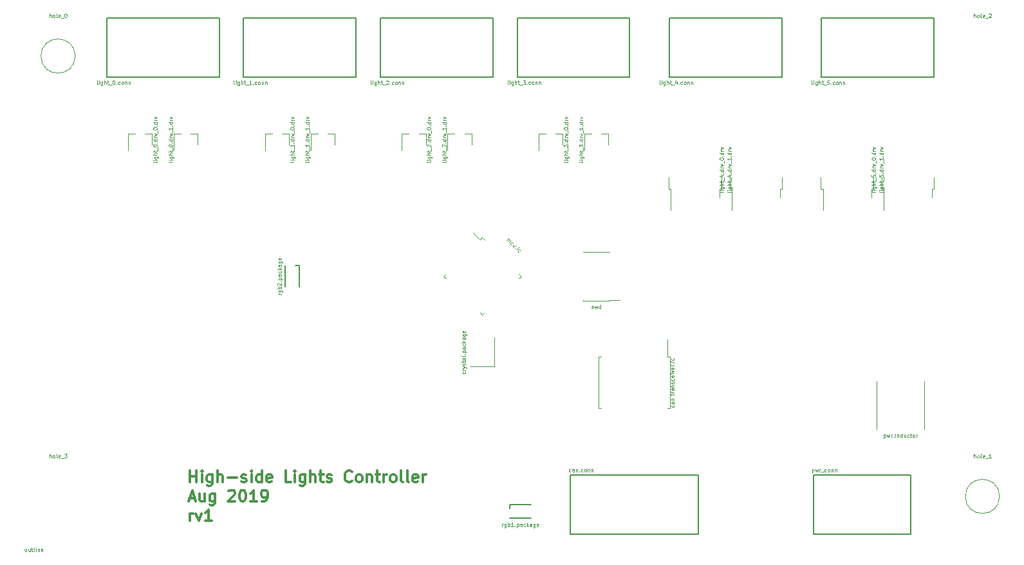
<source format=gbr>
G04 #@! TF.GenerationSoftware,KiCad,Pcbnew,(5.1.2)-1*
G04 #@! TF.CreationDate,2019-09-05T21:25:15-07:00*
G04 #@! TF.ProjectId,design,64657369-676e-42e6-9b69-6361645f7063,rev?*
G04 #@! TF.SameCoordinates,Original*
G04 #@! TF.FileFunction,Legend,Top*
G04 #@! TF.FilePolarity,Positive*
%FSLAX46Y46*%
G04 Gerber Fmt 4.6, Leading zero omitted, Abs format (unit mm)*
G04 Created by KiCad (PCBNEW (5.1.2)-1) date 2019-09-05 21:25:15*
%MOMM*%
%LPD*%
G04 APERTURE LIST*
%ADD10C,0.300000*%
%ADD11C,0.100000*%
%ADD12C,0.120000*%
%ADD13C,0.150000*%
%ADD14C,0.080000*%
G04 APERTURE END LIST*
D10*
X106552142Y-137128571D02*
X106552142Y-135628571D01*
X106552142Y-136342857D02*
X107409285Y-136342857D01*
X107409285Y-137128571D02*
X107409285Y-135628571D01*
X108123571Y-137128571D02*
X108123571Y-136128571D01*
X108123571Y-135628571D02*
X108052142Y-135700000D01*
X108123571Y-135771428D01*
X108195000Y-135700000D01*
X108123571Y-135628571D01*
X108123571Y-135771428D01*
X109480714Y-136128571D02*
X109480714Y-137342857D01*
X109409285Y-137485714D01*
X109337857Y-137557142D01*
X109195000Y-137628571D01*
X108980714Y-137628571D01*
X108837857Y-137557142D01*
X109480714Y-137057142D02*
X109337857Y-137128571D01*
X109052142Y-137128571D01*
X108909285Y-137057142D01*
X108837857Y-136985714D01*
X108766428Y-136842857D01*
X108766428Y-136414285D01*
X108837857Y-136271428D01*
X108909285Y-136200000D01*
X109052142Y-136128571D01*
X109337857Y-136128571D01*
X109480714Y-136200000D01*
X110195000Y-137128571D02*
X110195000Y-135628571D01*
X110837857Y-137128571D02*
X110837857Y-136342857D01*
X110766428Y-136200000D01*
X110623571Y-136128571D01*
X110409285Y-136128571D01*
X110266428Y-136200000D01*
X110195000Y-136271428D01*
X111552142Y-136557142D02*
X112695000Y-136557142D01*
X113337857Y-137057142D02*
X113480714Y-137128571D01*
X113766428Y-137128571D01*
X113909285Y-137057142D01*
X113980714Y-136914285D01*
X113980714Y-136842857D01*
X113909285Y-136700000D01*
X113766428Y-136628571D01*
X113552142Y-136628571D01*
X113409285Y-136557142D01*
X113337857Y-136414285D01*
X113337857Y-136342857D01*
X113409285Y-136200000D01*
X113552142Y-136128571D01*
X113766428Y-136128571D01*
X113909285Y-136200000D01*
X114623571Y-137128571D02*
X114623571Y-136128571D01*
X114623571Y-135628571D02*
X114552142Y-135700000D01*
X114623571Y-135771428D01*
X114695000Y-135700000D01*
X114623571Y-135628571D01*
X114623571Y-135771428D01*
X115980714Y-137128571D02*
X115980714Y-135628571D01*
X115980714Y-137057142D02*
X115837857Y-137128571D01*
X115552142Y-137128571D01*
X115409285Y-137057142D01*
X115337857Y-136985714D01*
X115266428Y-136842857D01*
X115266428Y-136414285D01*
X115337857Y-136271428D01*
X115409285Y-136200000D01*
X115552142Y-136128571D01*
X115837857Y-136128571D01*
X115980714Y-136200000D01*
X117266428Y-137057142D02*
X117123571Y-137128571D01*
X116837857Y-137128571D01*
X116695000Y-137057142D01*
X116623571Y-136914285D01*
X116623571Y-136342857D01*
X116695000Y-136200000D01*
X116837857Y-136128571D01*
X117123571Y-136128571D01*
X117266428Y-136200000D01*
X117337857Y-136342857D01*
X117337857Y-136485714D01*
X116623571Y-136628571D01*
X119837857Y-137128571D02*
X119123571Y-137128571D01*
X119123571Y-135628571D01*
X120337857Y-137128571D02*
X120337857Y-136128571D01*
X120337857Y-135628571D02*
X120266428Y-135700000D01*
X120337857Y-135771428D01*
X120409285Y-135700000D01*
X120337857Y-135628571D01*
X120337857Y-135771428D01*
X121695000Y-136128571D02*
X121695000Y-137342857D01*
X121623571Y-137485714D01*
X121552142Y-137557142D01*
X121409285Y-137628571D01*
X121195000Y-137628571D01*
X121052142Y-137557142D01*
X121695000Y-137057142D02*
X121552142Y-137128571D01*
X121266428Y-137128571D01*
X121123571Y-137057142D01*
X121052142Y-136985714D01*
X120980714Y-136842857D01*
X120980714Y-136414285D01*
X121052142Y-136271428D01*
X121123571Y-136200000D01*
X121266428Y-136128571D01*
X121552142Y-136128571D01*
X121695000Y-136200000D01*
X122409285Y-137128571D02*
X122409285Y-135628571D01*
X123052142Y-137128571D02*
X123052142Y-136342857D01*
X122980714Y-136200000D01*
X122837857Y-136128571D01*
X122623571Y-136128571D01*
X122480714Y-136200000D01*
X122409285Y-136271428D01*
X123552142Y-136128571D02*
X124123571Y-136128571D01*
X123766428Y-135628571D02*
X123766428Y-136914285D01*
X123837857Y-137057142D01*
X123980714Y-137128571D01*
X124123571Y-137128571D01*
X124552142Y-137057142D02*
X124695000Y-137128571D01*
X124980714Y-137128571D01*
X125123571Y-137057142D01*
X125195000Y-136914285D01*
X125195000Y-136842857D01*
X125123571Y-136700000D01*
X124980714Y-136628571D01*
X124766428Y-136628571D01*
X124623571Y-136557142D01*
X124552142Y-136414285D01*
X124552142Y-136342857D01*
X124623571Y-136200000D01*
X124766428Y-136128571D01*
X124980714Y-136128571D01*
X125123571Y-136200000D01*
X127837857Y-136985714D02*
X127766428Y-137057142D01*
X127552142Y-137128571D01*
X127409285Y-137128571D01*
X127195000Y-137057142D01*
X127052142Y-136914285D01*
X126980714Y-136771428D01*
X126909285Y-136485714D01*
X126909285Y-136271428D01*
X126980714Y-135985714D01*
X127052142Y-135842857D01*
X127195000Y-135700000D01*
X127409285Y-135628571D01*
X127552142Y-135628571D01*
X127766428Y-135700000D01*
X127837857Y-135771428D01*
X128695000Y-137128571D02*
X128552142Y-137057142D01*
X128480714Y-136985714D01*
X128409285Y-136842857D01*
X128409285Y-136414285D01*
X128480714Y-136271428D01*
X128552142Y-136200000D01*
X128695000Y-136128571D01*
X128909285Y-136128571D01*
X129052142Y-136200000D01*
X129123571Y-136271428D01*
X129195000Y-136414285D01*
X129195000Y-136842857D01*
X129123571Y-136985714D01*
X129052142Y-137057142D01*
X128909285Y-137128571D01*
X128695000Y-137128571D01*
X129837857Y-136128571D02*
X129837857Y-137128571D01*
X129837857Y-136271428D02*
X129909285Y-136200000D01*
X130052142Y-136128571D01*
X130266428Y-136128571D01*
X130409285Y-136200000D01*
X130480714Y-136342857D01*
X130480714Y-137128571D01*
X130980714Y-136128571D02*
X131552142Y-136128571D01*
X131195000Y-135628571D02*
X131195000Y-136914285D01*
X131266428Y-137057142D01*
X131409285Y-137128571D01*
X131552142Y-137128571D01*
X132052142Y-137128571D02*
X132052142Y-136128571D01*
X132052142Y-136414285D02*
X132123571Y-136271428D01*
X132195000Y-136200000D01*
X132337857Y-136128571D01*
X132480714Y-136128571D01*
X133195000Y-137128571D02*
X133052142Y-137057142D01*
X132980714Y-136985714D01*
X132909285Y-136842857D01*
X132909285Y-136414285D01*
X132980714Y-136271428D01*
X133052142Y-136200000D01*
X133195000Y-136128571D01*
X133409285Y-136128571D01*
X133552142Y-136200000D01*
X133623571Y-136271428D01*
X133695000Y-136414285D01*
X133695000Y-136842857D01*
X133623571Y-136985714D01*
X133552142Y-137057142D01*
X133409285Y-137128571D01*
X133195000Y-137128571D01*
X134552142Y-137128571D02*
X134409285Y-137057142D01*
X134337857Y-136914285D01*
X134337857Y-135628571D01*
X135337857Y-137128571D02*
X135195000Y-137057142D01*
X135123571Y-136914285D01*
X135123571Y-135628571D01*
X136480714Y-137057142D02*
X136337857Y-137128571D01*
X136052142Y-137128571D01*
X135909285Y-137057142D01*
X135837857Y-136914285D01*
X135837857Y-136342857D01*
X135909285Y-136200000D01*
X136052142Y-136128571D01*
X136337857Y-136128571D01*
X136480714Y-136200000D01*
X136552142Y-136342857D01*
X136552142Y-136485714D01*
X135837857Y-136628571D01*
X137195000Y-137128571D02*
X137195000Y-136128571D01*
X137195000Y-136414285D02*
X137266428Y-136271428D01*
X137337857Y-136200000D01*
X137480714Y-136128571D01*
X137623571Y-136128571D01*
X106480714Y-139250000D02*
X107195000Y-139250000D01*
X106337857Y-139678571D02*
X106837857Y-138178571D01*
X107337857Y-139678571D01*
X108480714Y-138678571D02*
X108480714Y-139678571D01*
X107837857Y-138678571D02*
X107837857Y-139464285D01*
X107909285Y-139607142D01*
X108052142Y-139678571D01*
X108266428Y-139678571D01*
X108409285Y-139607142D01*
X108480714Y-139535714D01*
X109837857Y-138678571D02*
X109837857Y-139892857D01*
X109766428Y-140035714D01*
X109695000Y-140107142D01*
X109552142Y-140178571D01*
X109337857Y-140178571D01*
X109195000Y-140107142D01*
X109837857Y-139607142D02*
X109695000Y-139678571D01*
X109409285Y-139678571D01*
X109266428Y-139607142D01*
X109195000Y-139535714D01*
X109123571Y-139392857D01*
X109123571Y-138964285D01*
X109195000Y-138821428D01*
X109266428Y-138750000D01*
X109409285Y-138678571D01*
X109695000Y-138678571D01*
X109837857Y-138750000D01*
X111623571Y-138321428D02*
X111695000Y-138250000D01*
X111837857Y-138178571D01*
X112195000Y-138178571D01*
X112337857Y-138250000D01*
X112409285Y-138321428D01*
X112480714Y-138464285D01*
X112480714Y-138607142D01*
X112409285Y-138821428D01*
X111552142Y-139678571D01*
X112480714Y-139678571D01*
X113409285Y-138178571D02*
X113552142Y-138178571D01*
X113695000Y-138250000D01*
X113766428Y-138321428D01*
X113837857Y-138464285D01*
X113909285Y-138750000D01*
X113909285Y-139107142D01*
X113837857Y-139392857D01*
X113766428Y-139535714D01*
X113695000Y-139607142D01*
X113552142Y-139678571D01*
X113409285Y-139678571D01*
X113266428Y-139607142D01*
X113195000Y-139535714D01*
X113123571Y-139392857D01*
X113052142Y-139107142D01*
X113052142Y-138750000D01*
X113123571Y-138464285D01*
X113195000Y-138321428D01*
X113266428Y-138250000D01*
X113409285Y-138178571D01*
X115337857Y-139678571D02*
X114480714Y-139678571D01*
X114909285Y-139678571D02*
X114909285Y-138178571D01*
X114766428Y-138392857D01*
X114623571Y-138535714D01*
X114480714Y-138607142D01*
X116052142Y-139678571D02*
X116337857Y-139678571D01*
X116480714Y-139607142D01*
X116552142Y-139535714D01*
X116695000Y-139321428D01*
X116766428Y-139035714D01*
X116766428Y-138464285D01*
X116695000Y-138321428D01*
X116623571Y-138250000D01*
X116480714Y-138178571D01*
X116195000Y-138178571D01*
X116052142Y-138250000D01*
X115980714Y-138321428D01*
X115909285Y-138464285D01*
X115909285Y-138821428D01*
X115980714Y-138964285D01*
X116052142Y-139035714D01*
X116195000Y-139107142D01*
X116480714Y-139107142D01*
X116623571Y-139035714D01*
X116695000Y-138964285D01*
X116766428Y-138821428D01*
X106552142Y-142228571D02*
X106552142Y-141228571D01*
X106552142Y-141514285D02*
X106623571Y-141371428D01*
X106695000Y-141300000D01*
X106837857Y-141228571D01*
X106980714Y-141228571D01*
X107337857Y-141228571D02*
X107695000Y-142228571D01*
X108052142Y-141228571D01*
X109409285Y-142228571D02*
X108552142Y-142228571D01*
X108980714Y-142228571D02*
X108980714Y-140728571D01*
X108837857Y-140942857D01*
X108695000Y-141085714D01*
X108552142Y-141157142D01*
D11*
X91450000Y-81000000D02*
G75*
G03X91450000Y-81000000I-2250000J0D01*
G01*
X213050000Y-139000000D02*
G75*
G03X213050000Y-139000000I-2250000J0D01*
G01*
D12*
X144681802Y-114787113D02*
X145000000Y-115105311D01*
X145000000Y-115105311D02*
X145318198Y-114787113D01*
X140212887Y-110318198D02*
X139894689Y-110000000D01*
X139894689Y-110000000D02*
X140212887Y-109681802D01*
X149787113Y-109681802D02*
X150105311Y-110000000D01*
X150105311Y-110000000D02*
X149787113Y-110318198D01*
X145318198Y-105212887D02*
X145000000Y-104894689D01*
X145000000Y-104894689D02*
X144681802Y-105212887D01*
X144681802Y-105212887D02*
X143769634Y-104300719D01*
X161765000Y-113235000D02*
X158235000Y-113235000D01*
X161765000Y-106765000D02*
X158235000Y-106765000D01*
X163090000Y-113170000D02*
X161765000Y-113170000D01*
X161765000Y-113235000D02*
X161765000Y-113170000D01*
X158235000Y-113235000D02*
X158235000Y-113170000D01*
X161765000Y-106830000D02*
X161765000Y-106765000D01*
X158235000Y-106830000D02*
X158235000Y-106765000D01*
D13*
X188600000Y-144000000D02*
X201400000Y-144000000D01*
X201400000Y-144000000D02*
X201400000Y-136200000D01*
X201400000Y-136200000D02*
X188600000Y-136200000D01*
X188600000Y-136200000D02*
X188600000Y-144000000D01*
X148600000Y-140100000D02*
X151400000Y-140100000D01*
X148600000Y-140600000D02*
X148600000Y-140100000D01*
X148600000Y-141900000D02*
X151400000Y-141900000D01*
X119100000Y-108600000D02*
X119100000Y-111400000D01*
X120400000Y-108600000D02*
X120900000Y-108600000D01*
X120900000Y-108600000D02*
X120900000Y-111400000D01*
D12*
X160315000Y-124000000D02*
X160315000Y-127420000D01*
X160315000Y-127420000D02*
X160605000Y-127420000D01*
X160315000Y-124000000D02*
X160315000Y-120580000D01*
X160315000Y-120580000D02*
X160605000Y-120580000D01*
X169685000Y-124000000D02*
X169685000Y-127420000D01*
X169685000Y-127420000D02*
X169395000Y-127420000D01*
X169685000Y-124000000D02*
X169685000Y-120580000D01*
X169685000Y-120580000D02*
X169395000Y-120580000D01*
X169395000Y-120580000D02*
X169395000Y-118300000D01*
X143425000Y-121900000D02*
X146575000Y-121900000D01*
X146575000Y-121900000D02*
X146575000Y-118100000D01*
X196900000Y-130150000D02*
X196900000Y-123850000D01*
X203100000Y-130150000D02*
X203100000Y-123850000D01*
D13*
X156600000Y-144000000D02*
X173400000Y-144000000D01*
X173400000Y-144000000D02*
X173400000Y-136200000D01*
X173400000Y-136200000D02*
X156600000Y-136200000D01*
X156600000Y-136200000D02*
X156600000Y-144000000D01*
X110400000Y-76000000D02*
X95600000Y-76000000D01*
X95600000Y-76000000D02*
X95600000Y-83800000D01*
X95600000Y-83800000D02*
X110400000Y-83800000D01*
X110400000Y-83800000D02*
X110400000Y-76000000D01*
X128400000Y-83800000D02*
X128400000Y-76000000D01*
X113600000Y-83800000D02*
X128400000Y-83800000D01*
X113600000Y-76000000D02*
X113600000Y-83800000D01*
X128400000Y-76000000D02*
X113600000Y-76000000D01*
X146400000Y-83800000D02*
X146400000Y-76000000D01*
X131600000Y-83800000D02*
X146400000Y-83800000D01*
X131600000Y-76000000D02*
X131600000Y-83800000D01*
X146400000Y-76000000D02*
X131600000Y-76000000D01*
X164400000Y-76000000D02*
X149600000Y-76000000D01*
X149600000Y-76000000D02*
X149600000Y-83800000D01*
X149600000Y-83800000D02*
X164400000Y-83800000D01*
X164400000Y-83800000D02*
X164400000Y-76000000D01*
X184400000Y-83800000D02*
X184400000Y-76000000D01*
X169600000Y-83800000D02*
X184400000Y-83800000D01*
X169600000Y-76000000D02*
X169600000Y-83800000D01*
X184400000Y-76000000D02*
X169600000Y-76000000D01*
X204400000Y-76000000D02*
X189600000Y-76000000D01*
X189600000Y-76000000D02*
X189600000Y-83800000D01*
X189600000Y-83800000D02*
X204400000Y-83800000D01*
X204400000Y-83800000D02*
X204400000Y-76000000D01*
D12*
X101580000Y-91240000D02*
X100650000Y-91240000D01*
X98420000Y-91240000D02*
X99350000Y-91240000D01*
X98420000Y-91240000D02*
X98420000Y-93400000D01*
X101580000Y-91240000D02*
X101580000Y-92700000D01*
X107580000Y-91240000D02*
X106650000Y-91240000D01*
X104420000Y-91240000D02*
X105350000Y-91240000D01*
X104420000Y-91240000D02*
X104420000Y-93400000D01*
X107580000Y-91240000D02*
X107580000Y-92700000D01*
X119580000Y-91240000D02*
X119580000Y-92700000D01*
X116420000Y-91240000D02*
X116420000Y-93400000D01*
X116420000Y-91240000D02*
X117350000Y-91240000D01*
X119580000Y-91240000D02*
X118650000Y-91240000D01*
X125580000Y-91240000D02*
X125580000Y-92700000D01*
X122420000Y-91240000D02*
X122420000Y-93400000D01*
X122420000Y-91240000D02*
X123350000Y-91240000D01*
X125580000Y-91240000D02*
X124650000Y-91240000D01*
X137580000Y-91240000D02*
X137580000Y-92700000D01*
X134420000Y-91240000D02*
X134420000Y-93400000D01*
X134420000Y-91240000D02*
X135350000Y-91240000D01*
X137580000Y-91240000D02*
X136650000Y-91240000D01*
X143580000Y-91240000D02*
X142650000Y-91240000D01*
X140420000Y-91240000D02*
X141350000Y-91240000D01*
X140420000Y-91240000D02*
X140420000Y-93400000D01*
X143580000Y-91240000D02*
X143580000Y-92700000D01*
X155580000Y-91240000D02*
X154650000Y-91240000D01*
X152420000Y-91240000D02*
X153350000Y-91240000D01*
X152420000Y-91240000D02*
X152420000Y-93400000D01*
X155580000Y-91240000D02*
X155580000Y-92700000D01*
X161580000Y-91240000D02*
X160650000Y-91240000D01*
X158420000Y-91240000D02*
X159350000Y-91240000D01*
X158420000Y-91240000D02*
X158420000Y-93400000D01*
X161580000Y-91240000D02*
X161580000Y-92700000D01*
X176180000Y-98470000D02*
X176180000Y-99570000D01*
X176450000Y-98470000D02*
X176180000Y-98470000D01*
X176450000Y-96970000D02*
X176450000Y-98470000D01*
X169820000Y-98470000D02*
X169820000Y-101300000D01*
X169550000Y-98470000D02*
X169820000Y-98470000D01*
X169550000Y-96970000D02*
X169550000Y-98470000D01*
X184180000Y-98470000D02*
X184180000Y-99570000D01*
X184450000Y-98470000D02*
X184180000Y-98470000D01*
X184450000Y-96970000D02*
X184450000Y-98470000D01*
X177820000Y-98470000D02*
X177820000Y-101300000D01*
X177550000Y-98470000D02*
X177820000Y-98470000D01*
X177550000Y-96970000D02*
X177550000Y-98470000D01*
X189550000Y-96970000D02*
X189550000Y-98470000D01*
X189550000Y-98470000D02*
X189820000Y-98470000D01*
X189820000Y-98470000D02*
X189820000Y-101300000D01*
X196450000Y-96970000D02*
X196450000Y-98470000D01*
X196450000Y-98470000D02*
X196180000Y-98470000D01*
X196180000Y-98470000D02*
X196180000Y-99570000D01*
X197550000Y-96970000D02*
X197550000Y-98470000D01*
X197550000Y-98470000D02*
X197820000Y-98470000D01*
X197820000Y-98470000D02*
X197820000Y-101300000D01*
X204450000Y-96970000D02*
X204450000Y-98470000D01*
X204450000Y-98470000D02*
X204180000Y-98470000D01*
X204180000Y-98470000D02*
X204180000Y-99570000D01*
D14*
X84904761Y-146226190D02*
X84857142Y-146202380D01*
X84833333Y-146178571D01*
X84809523Y-146130952D01*
X84809523Y-145988095D01*
X84833333Y-145940476D01*
X84857142Y-145916666D01*
X84904761Y-145892857D01*
X84976190Y-145892857D01*
X85023809Y-145916666D01*
X85047619Y-145940476D01*
X85071428Y-145988095D01*
X85071428Y-146130952D01*
X85047619Y-146178571D01*
X85023809Y-146202380D01*
X84976190Y-146226190D01*
X84904761Y-146226190D01*
X85500000Y-145892857D02*
X85500000Y-146226190D01*
X85285714Y-145892857D02*
X85285714Y-146154761D01*
X85309523Y-146202380D01*
X85357142Y-146226190D01*
X85428571Y-146226190D01*
X85476190Y-146202380D01*
X85500000Y-146178571D01*
X85666666Y-145892857D02*
X85857142Y-145892857D01*
X85738095Y-145726190D02*
X85738095Y-146154761D01*
X85761904Y-146202380D01*
X85809523Y-146226190D01*
X85857142Y-146226190D01*
X86095238Y-146226190D02*
X86047619Y-146202380D01*
X86023809Y-146154761D01*
X86023809Y-145726190D01*
X86285714Y-146226190D02*
X86285714Y-145892857D01*
X86285714Y-145726190D02*
X86261904Y-145750000D01*
X86285714Y-145773809D01*
X86309523Y-145750000D01*
X86285714Y-145726190D01*
X86285714Y-145773809D01*
X86523809Y-145892857D02*
X86523809Y-146226190D01*
X86523809Y-145940476D02*
X86547619Y-145916666D01*
X86595238Y-145892857D01*
X86666666Y-145892857D01*
X86714285Y-145916666D01*
X86738095Y-145964285D01*
X86738095Y-146226190D01*
X87166666Y-146202380D02*
X87119047Y-146226190D01*
X87023809Y-146226190D01*
X86976190Y-146202380D01*
X86952380Y-146154761D01*
X86952380Y-145964285D01*
X86976190Y-145916666D01*
X87023809Y-145892857D01*
X87119047Y-145892857D01*
X87166666Y-145916666D01*
X87190476Y-145964285D01*
X87190476Y-146011904D01*
X86952380Y-146059523D01*
X148193765Y-105240497D02*
X148429468Y-105004795D01*
X148395796Y-105038467D02*
X148429468Y-105038467D01*
X148479975Y-105055302D01*
X148530483Y-105105810D01*
X148547319Y-105156318D01*
X148530483Y-105206825D01*
X148345288Y-105392020D01*
X148530483Y-105206825D02*
X148580991Y-105189989D01*
X148631498Y-105206825D01*
X148682006Y-105257333D01*
X148698842Y-105307841D01*
X148682006Y-105358348D01*
X148496811Y-105543543D01*
X148833529Y-105846589D02*
X148783021Y-105829753D01*
X148715678Y-105762409D01*
X148698842Y-105711902D01*
X148698842Y-105678230D01*
X148715678Y-105627722D01*
X148816693Y-105526707D01*
X148867200Y-105509871D01*
X148900872Y-105509871D01*
X148951380Y-105526707D01*
X149018723Y-105594050D01*
X149035559Y-105644558D01*
X149355441Y-105930768D02*
X149119739Y-106166470D01*
X149203918Y-105779245D02*
X149018723Y-105964440D01*
X149001887Y-106014947D01*
X149018723Y-106065455D01*
X149069231Y-106115963D01*
X149119739Y-106132799D01*
X149153410Y-106132799D01*
X149321769Y-106301157D02*
X149321769Y-106334829D01*
X149288097Y-106334829D01*
X149288097Y-106301157D01*
X149321769Y-106301157D01*
X149288097Y-106334829D01*
X149456456Y-106503188D02*
X149692158Y-106267486D01*
X149810010Y-106149634D02*
X149776338Y-106149634D01*
X149776338Y-106183306D01*
X149810010Y-106183306D01*
X149810010Y-106149634D01*
X149776338Y-106183306D01*
X149793174Y-106806234D02*
X149742666Y-106789398D01*
X149675323Y-106722054D01*
X149658487Y-106671547D01*
X149658487Y-106637875D01*
X149675323Y-106587367D01*
X149776338Y-106486352D01*
X149826845Y-106469516D01*
X149860517Y-106469516D01*
X149911025Y-106486352D01*
X149978368Y-106553695D01*
X149995204Y-106604203D01*
X159404761Y-114202380D02*
X159452380Y-114226190D01*
X159547619Y-114226190D01*
X159595238Y-114202380D01*
X159619047Y-114154761D01*
X159619047Y-114130952D01*
X159595238Y-114083333D01*
X159547619Y-114059523D01*
X159476190Y-114059523D01*
X159428571Y-114035714D01*
X159404761Y-113988095D01*
X159404761Y-113964285D01*
X159428571Y-113916666D01*
X159476190Y-113892857D01*
X159547619Y-113892857D01*
X159595238Y-113916666D01*
X159785714Y-113892857D02*
X159880952Y-114226190D01*
X159976190Y-113988095D01*
X160071428Y-114226190D01*
X160166666Y-113892857D01*
X160571428Y-114226190D02*
X160571428Y-113726190D01*
X160571428Y-114202380D02*
X160523809Y-114226190D01*
X160428571Y-114226190D01*
X160380952Y-114202380D01*
X160357142Y-114178571D01*
X160333333Y-114130952D01*
X160333333Y-113988095D01*
X160357142Y-113940476D01*
X160380952Y-113916666D01*
X160428571Y-113892857D01*
X160523809Y-113892857D01*
X160571428Y-113916666D01*
X188392857Y-135392857D02*
X188392857Y-135892857D01*
X188392857Y-135416666D02*
X188440476Y-135392857D01*
X188535714Y-135392857D01*
X188583333Y-135416666D01*
X188607142Y-135440476D01*
X188630952Y-135488095D01*
X188630952Y-135630952D01*
X188607142Y-135678571D01*
X188583333Y-135702380D01*
X188535714Y-135726190D01*
X188440476Y-135726190D01*
X188392857Y-135702380D01*
X188797619Y-135392857D02*
X188892857Y-135726190D01*
X188988095Y-135488095D01*
X189083333Y-135726190D01*
X189178571Y-135392857D01*
X189369047Y-135726190D02*
X189369047Y-135392857D01*
X189369047Y-135488095D02*
X189392857Y-135440476D01*
X189416666Y-135416666D01*
X189464285Y-135392857D01*
X189511904Y-135392857D01*
X189559523Y-135773809D02*
X189940476Y-135773809D01*
X190273809Y-135702380D02*
X190226190Y-135726190D01*
X190130952Y-135726190D01*
X190083333Y-135702380D01*
X190059523Y-135678571D01*
X190035714Y-135630952D01*
X190035714Y-135488095D01*
X190059523Y-135440476D01*
X190083333Y-135416666D01*
X190130952Y-135392857D01*
X190226190Y-135392857D01*
X190273809Y-135416666D01*
X190559523Y-135726190D02*
X190511904Y-135702380D01*
X190488095Y-135678571D01*
X190464285Y-135630952D01*
X190464285Y-135488095D01*
X190488095Y-135440476D01*
X190511904Y-135416666D01*
X190559523Y-135392857D01*
X190630952Y-135392857D01*
X190678571Y-135416666D01*
X190702380Y-135440476D01*
X190726190Y-135488095D01*
X190726190Y-135630952D01*
X190702380Y-135678571D01*
X190678571Y-135702380D01*
X190630952Y-135726190D01*
X190559523Y-135726190D01*
X190940476Y-135392857D02*
X190940476Y-135726190D01*
X190940476Y-135440476D02*
X190964285Y-135416666D01*
X191011904Y-135392857D01*
X191083333Y-135392857D01*
X191130952Y-135416666D01*
X191154761Y-135464285D01*
X191154761Y-135726190D01*
X191392857Y-135392857D02*
X191392857Y-135726190D01*
X191392857Y-135440476D02*
X191416666Y-135416666D01*
X191464285Y-135392857D01*
X191535714Y-135392857D01*
X191583333Y-135416666D01*
X191607142Y-135464285D01*
X191607142Y-135726190D01*
X147619047Y-142926190D02*
X147619047Y-142592857D01*
X147619047Y-142688095D02*
X147642857Y-142640476D01*
X147666666Y-142616666D01*
X147714285Y-142592857D01*
X147761904Y-142592857D01*
X148142857Y-142592857D02*
X148142857Y-142997619D01*
X148119047Y-143045238D01*
X148095238Y-143069047D01*
X148047619Y-143092857D01*
X147976190Y-143092857D01*
X147928571Y-143069047D01*
X148142857Y-142902380D02*
X148095238Y-142926190D01*
X148000000Y-142926190D01*
X147952380Y-142902380D01*
X147928571Y-142878571D01*
X147904761Y-142830952D01*
X147904761Y-142688095D01*
X147928571Y-142640476D01*
X147952380Y-142616666D01*
X148000000Y-142592857D01*
X148095238Y-142592857D01*
X148142857Y-142616666D01*
X148380952Y-142926190D02*
X148380952Y-142426190D01*
X148380952Y-142616666D02*
X148428571Y-142592857D01*
X148523809Y-142592857D01*
X148571428Y-142616666D01*
X148595238Y-142640476D01*
X148619047Y-142688095D01*
X148619047Y-142830952D01*
X148595238Y-142878571D01*
X148571428Y-142902380D01*
X148523809Y-142926190D01*
X148428571Y-142926190D01*
X148380952Y-142902380D01*
X149095238Y-142926190D02*
X148809523Y-142926190D01*
X148952380Y-142926190D02*
X148952380Y-142426190D01*
X148904761Y-142497619D01*
X148857142Y-142545238D01*
X148809523Y-142569047D01*
X149309523Y-142878571D02*
X149333333Y-142902380D01*
X149309523Y-142926190D01*
X149285714Y-142902380D01*
X149309523Y-142878571D01*
X149309523Y-142926190D01*
X149547619Y-142592857D02*
X149547619Y-143092857D01*
X149547619Y-142616666D02*
X149595238Y-142592857D01*
X149690476Y-142592857D01*
X149738095Y-142616666D01*
X149761904Y-142640476D01*
X149785714Y-142688095D01*
X149785714Y-142830952D01*
X149761904Y-142878571D01*
X149738095Y-142902380D01*
X149690476Y-142926190D01*
X149595238Y-142926190D01*
X149547619Y-142902380D01*
X150214285Y-142926190D02*
X150214285Y-142664285D01*
X150190476Y-142616666D01*
X150142857Y-142592857D01*
X150047619Y-142592857D01*
X150000000Y-142616666D01*
X150214285Y-142902380D02*
X150166666Y-142926190D01*
X150047619Y-142926190D01*
X150000000Y-142902380D01*
X149976190Y-142854761D01*
X149976190Y-142807142D01*
X150000000Y-142759523D01*
X150047619Y-142735714D01*
X150166666Y-142735714D01*
X150214285Y-142711904D01*
X150666666Y-142902380D02*
X150619047Y-142926190D01*
X150523809Y-142926190D01*
X150476190Y-142902380D01*
X150452380Y-142878571D01*
X150428571Y-142830952D01*
X150428571Y-142688095D01*
X150452380Y-142640476D01*
X150476190Y-142616666D01*
X150523809Y-142592857D01*
X150619047Y-142592857D01*
X150666666Y-142616666D01*
X150880952Y-142926190D02*
X150880952Y-142426190D01*
X150928571Y-142735714D02*
X151071428Y-142926190D01*
X151071428Y-142592857D02*
X150880952Y-142783333D01*
X151500000Y-142926190D02*
X151500000Y-142664285D01*
X151476190Y-142616666D01*
X151428571Y-142592857D01*
X151333333Y-142592857D01*
X151285714Y-142616666D01*
X151500000Y-142902380D02*
X151452380Y-142926190D01*
X151333333Y-142926190D01*
X151285714Y-142902380D01*
X151261904Y-142854761D01*
X151261904Y-142807142D01*
X151285714Y-142759523D01*
X151333333Y-142735714D01*
X151452380Y-142735714D01*
X151500000Y-142711904D01*
X151952380Y-142592857D02*
X151952380Y-142997619D01*
X151928571Y-143045238D01*
X151904761Y-143069047D01*
X151857142Y-143092857D01*
X151785714Y-143092857D01*
X151738095Y-143069047D01*
X151952380Y-142902380D02*
X151904761Y-142926190D01*
X151809523Y-142926190D01*
X151761904Y-142902380D01*
X151738095Y-142878571D01*
X151714285Y-142830952D01*
X151714285Y-142688095D01*
X151738095Y-142640476D01*
X151761904Y-142616666D01*
X151809523Y-142592857D01*
X151904761Y-142592857D01*
X151952380Y-142616666D01*
X152380952Y-142902380D02*
X152333333Y-142926190D01*
X152238095Y-142926190D01*
X152190476Y-142902380D01*
X152166666Y-142854761D01*
X152166666Y-142664285D01*
X152190476Y-142616666D01*
X152238095Y-142592857D01*
X152333333Y-142592857D01*
X152380952Y-142616666D01*
X152404761Y-142664285D01*
X152404761Y-142711904D01*
X152166666Y-142759523D01*
X118526190Y-112380952D02*
X118192857Y-112380952D01*
X118288095Y-112380952D02*
X118240476Y-112357142D01*
X118216666Y-112333333D01*
X118192857Y-112285714D01*
X118192857Y-112238095D01*
X118192857Y-111857142D02*
X118597619Y-111857142D01*
X118645238Y-111880952D01*
X118669047Y-111904761D01*
X118692857Y-111952380D01*
X118692857Y-112023809D01*
X118669047Y-112071428D01*
X118502380Y-111857142D02*
X118526190Y-111904761D01*
X118526190Y-112000000D01*
X118502380Y-112047619D01*
X118478571Y-112071428D01*
X118430952Y-112095238D01*
X118288095Y-112095238D01*
X118240476Y-112071428D01*
X118216666Y-112047619D01*
X118192857Y-112000000D01*
X118192857Y-111904761D01*
X118216666Y-111857142D01*
X118526190Y-111619047D02*
X118026190Y-111619047D01*
X118216666Y-111619047D02*
X118192857Y-111571428D01*
X118192857Y-111476190D01*
X118216666Y-111428571D01*
X118240476Y-111404761D01*
X118288095Y-111380952D01*
X118430952Y-111380952D01*
X118478571Y-111404761D01*
X118502380Y-111428571D01*
X118526190Y-111476190D01*
X118526190Y-111571428D01*
X118502380Y-111619047D01*
X118073809Y-111190476D02*
X118050000Y-111166666D01*
X118026190Y-111119047D01*
X118026190Y-111000000D01*
X118050000Y-110952380D01*
X118073809Y-110928571D01*
X118121428Y-110904761D01*
X118169047Y-110904761D01*
X118240476Y-110928571D01*
X118526190Y-111214285D01*
X118526190Y-110904761D01*
X118478571Y-110690476D02*
X118502380Y-110666666D01*
X118526190Y-110690476D01*
X118502380Y-110714285D01*
X118478571Y-110690476D01*
X118526190Y-110690476D01*
X118192857Y-110452380D02*
X118692857Y-110452380D01*
X118216666Y-110452380D02*
X118192857Y-110404761D01*
X118192857Y-110309523D01*
X118216666Y-110261904D01*
X118240476Y-110238095D01*
X118288095Y-110214285D01*
X118430952Y-110214285D01*
X118478571Y-110238095D01*
X118502380Y-110261904D01*
X118526190Y-110309523D01*
X118526190Y-110404761D01*
X118502380Y-110452380D01*
X118526190Y-109785714D02*
X118264285Y-109785714D01*
X118216666Y-109809523D01*
X118192857Y-109857142D01*
X118192857Y-109952380D01*
X118216666Y-110000000D01*
X118502380Y-109785714D02*
X118526190Y-109833333D01*
X118526190Y-109952380D01*
X118502380Y-110000000D01*
X118454761Y-110023809D01*
X118407142Y-110023809D01*
X118359523Y-110000000D01*
X118335714Y-109952380D01*
X118335714Y-109833333D01*
X118311904Y-109785714D01*
X118502380Y-109333333D02*
X118526190Y-109380952D01*
X118526190Y-109476190D01*
X118502380Y-109523809D01*
X118478571Y-109547619D01*
X118430952Y-109571428D01*
X118288095Y-109571428D01*
X118240476Y-109547619D01*
X118216666Y-109523809D01*
X118192857Y-109476190D01*
X118192857Y-109380952D01*
X118216666Y-109333333D01*
X118526190Y-109119047D02*
X118026190Y-109119047D01*
X118335714Y-109071428D02*
X118526190Y-108928571D01*
X118192857Y-108928571D02*
X118383333Y-109119047D01*
X118526190Y-108500000D02*
X118264285Y-108500000D01*
X118216666Y-108523809D01*
X118192857Y-108571428D01*
X118192857Y-108666666D01*
X118216666Y-108714285D01*
X118502380Y-108500000D02*
X118526190Y-108547619D01*
X118526190Y-108666666D01*
X118502380Y-108714285D01*
X118454761Y-108738095D01*
X118407142Y-108738095D01*
X118359523Y-108714285D01*
X118335714Y-108666666D01*
X118335714Y-108547619D01*
X118311904Y-108500000D01*
X118192857Y-108047619D02*
X118597619Y-108047619D01*
X118645238Y-108071428D01*
X118669047Y-108095238D01*
X118692857Y-108142857D01*
X118692857Y-108214285D01*
X118669047Y-108261904D01*
X118502380Y-108047619D02*
X118526190Y-108095238D01*
X118526190Y-108190476D01*
X118502380Y-108238095D01*
X118478571Y-108261904D01*
X118430952Y-108285714D01*
X118288095Y-108285714D01*
X118240476Y-108261904D01*
X118216666Y-108238095D01*
X118192857Y-108190476D01*
X118192857Y-108095238D01*
X118216666Y-108047619D01*
X118502380Y-107619047D02*
X118526190Y-107666666D01*
X118526190Y-107761904D01*
X118502380Y-107809523D01*
X118454761Y-107833333D01*
X118264285Y-107833333D01*
X118216666Y-107809523D01*
X118192857Y-107761904D01*
X118192857Y-107666666D01*
X118216666Y-107619047D01*
X118264285Y-107595238D01*
X118311904Y-107595238D01*
X118359523Y-107833333D01*
X170202380Y-126964285D02*
X170226190Y-127011904D01*
X170226190Y-127107142D01*
X170202380Y-127154761D01*
X170178571Y-127178571D01*
X170130952Y-127202380D01*
X169988095Y-127202380D01*
X169940476Y-127178571D01*
X169916666Y-127154761D01*
X169892857Y-127107142D01*
X169892857Y-127011904D01*
X169916666Y-126964285D01*
X170226190Y-126535714D02*
X169964285Y-126535714D01*
X169916666Y-126559523D01*
X169892857Y-126607142D01*
X169892857Y-126702380D01*
X169916666Y-126750000D01*
X170202380Y-126535714D02*
X170226190Y-126583333D01*
X170226190Y-126702380D01*
X170202380Y-126750000D01*
X170154761Y-126773809D01*
X170107142Y-126773809D01*
X170059523Y-126750000D01*
X170035714Y-126702380D01*
X170035714Y-126583333D01*
X170011904Y-126535714D01*
X169892857Y-126297619D02*
X170226190Y-126297619D01*
X169940476Y-126297619D02*
X169916666Y-126273809D01*
X169892857Y-126226190D01*
X169892857Y-126154761D01*
X169916666Y-126107142D01*
X169964285Y-126083333D01*
X170226190Y-126083333D01*
X170178571Y-125845238D02*
X170202380Y-125821428D01*
X170226190Y-125845238D01*
X170202380Y-125869047D01*
X170178571Y-125845238D01*
X170226190Y-125845238D01*
X169892857Y-125678571D02*
X169892857Y-125488095D01*
X169726190Y-125607142D02*
X170154761Y-125607142D01*
X170202380Y-125583333D01*
X170226190Y-125535714D01*
X170226190Y-125488095D01*
X170226190Y-125321428D02*
X169892857Y-125321428D01*
X169988095Y-125321428D02*
X169940476Y-125297619D01*
X169916666Y-125273809D01*
X169892857Y-125226190D01*
X169892857Y-125178571D01*
X170226190Y-124797619D02*
X169964285Y-124797619D01*
X169916666Y-124821428D01*
X169892857Y-124869047D01*
X169892857Y-124964285D01*
X169916666Y-125011904D01*
X170202380Y-124797619D02*
X170226190Y-124845238D01*
X170226190Y-124964285D01*
X170202380Y-125011904D01*
X170154761Y-125035714D01*
X170107142Y-125035714D01*
X170059523Y-125011904D01*
X170035714Y-124964285D01*
X170035714Y-124845238D01*
X170011904Y-124797619D01*
X169892857Y-124559523D02*
X170226190Y-124559523D01*
X169940476Y-124559523D02*
X169916666Y-124535714D01*
X169892857Y-124488095D01*
X169892857Y-124416666D01*
X169916666Y-124369047D01*
X169964285Y-124345238D01*
X170226190Y-124345238D01*
X170202380Y-124130952D02*
X170226190Y-124083333D01*
X170226190Y-123988095D01*
X170202380Y-123940476D01*
X170154761Y-123916666D01*
X170130952Y-123916666D01*
X170083333Y-123940476D01*
X170059523Y-123988095D01*
X170059523Y-124059523D01*
X170035714Y-124107142D01*
X169988095Y-124130952D01*
X169964285Y-124130952D01*
X169916666Y-124107142D01*
X169892857Y-124059523D01*
X169892857Y-123988095D01*
X169916666Y-123940476D01*
X170202380Y-123488095D02*
X170226190Y-123535714D01*
X170226190Y-123630952D01*
X170202380Y-123678571D01*
X170178571Y-123702380D01*
X170130952Y-123726190D01*
X169988095Y-123726190D01*
X169940476Y-123702380D01*
X169916666Y-123678571D01*
X169892857Y-123630952D01*
X169892857Y-123535714D01*
X169916666Y-123488095D01*
X170202380Y-123083333D02*
X170226190Y-123130952D01*
X170226190Y-123226190D01*
X170202380Y-123273809D01*
X170154761Y-123297619D01*
X169964285Y-123297619D01*
X169916666Y-123273809D01*
X169892857Y-123226190D01*
X169892857Y-123130952D01*
X169916666Y-123083333D01*
X169964285Y-123059523D01*
X170011904Y-123059523D01*
X170059523Y-123297619D01*
X170226190Y-122845238D02*
X169892857Y-122845238D01*
X169726190Y-122845238D02*
X169750000Y-122869047D01*
X169773809Y-122845238D01*
X169750000Y-122821428D01*
X169726190Y-122845238D01*
X169773809Y-122845238D01*
X169892857Y-122654761D02*
X170226190Y-122535714D01*
X169892857Y-122416666D01*
X170202380Y-122035714D02*
X170226190Y-122083333D01*
X170226190Y-122178571D01*
X170202380Y-122226190D01*
X170154761Y-122250000D01*
X169964285Y-122250000D01*
X169916666Y-122226190D01*
X169892857Y-122178571D01*
X169892857Y-122083333D01*
X169916666Y-122035714D01*
X169964285Y-122011904D01*
X170011904Y-122011904D01*
X170059523Y-122250000D01*
X170226190Y-121797619D02*
X169892857Y-121797619D01*
X169988095Y-121797619D02*
X169940476Y-121773809D01*
X169916666Y-121750000D01*
X169892857Y-121702380D01*
X169892857Y-121654761D01*
X170178571Y-121488095D02*
X170202380Y-121464285D01*
X170226190Y-121488095D01*
X170202380Y-121511904D01*
X170178571Y-121488095D01*
X170226190Y-121488095D01*
X170226190Y-121250000D02*
X169892857Y-121250000D01*
X169726190Y-121250000D02*
X169750000Y-121273809D01*
X169773809Y-121250000D01*
X169750000Y-121226190D01*
X169726190Y-121250000D01*
X169773809Y-121250000D01*
X170202380Y-120797619D02*
X170226190Y-120845238D01*
X170226190Y-120940476D01*
X170202380Y-120988095D01*
X170178571Y-121011904D01*
X170130952Y-121035714D01*
X169988095Y-121035714D01*
X169940476Y-121011904D01*
X169916666Y-120988095D01*
X169892857Y-120940476D01*
X169892857Y-120845238D01*
X169916666Y-120797619D01*
X142752380Y-122583333D02*
X142776190Y-122630952D01*
X142776190Y-122726190D01*
X142752380Y-122773809D01*
X142728571Y-122797619D01*
X142680952Y-122821428D01*
X142538095Y-122821428D01*
X142490476Y-122797619D01*
X142466666Y-122773809D01*
X142442857Y-122726190D01*
X142442857Y-122630952D01*
X142466666Y-122583333D01*
X142776190Y-122369047D02*
X142442857Y-122369047D01*
X142538095Y-122369047D02*
X142490476Y-122345238D01*
X142466666Y-122321428D01*
X142442857Y-122273809D01*
X142442857Y-122226190D01*
X142442857Y-122107142D02*
X142776190Y-121988095D01*
X142442857Y-121869047D02*
X142776190Y-121988095D01*
X142895238Y-122035714D01*
X142919047Y-122059523D01*
X142942857Y-122107142D01*
X142752380Y-121702380D02*
X142776190Y-121654761D01*
X142776190Y-121559523D01*
X142752380Y-121511904D01*
X142704761Y-121488095D01*
X142680952Y-121488095D01*
X142633333Y-121511904D01*
X142609523Y-121559523D01*
X142609523Y-121630952D01*
X142585714Y-121678571D01*
X142538095Y-121702380D01*
X142514285Y-121702380D01*
X142466666Y-121678571D01*
X142442857Y-121630952D01*
X142442857Y-121559523D01*
X142466666Y-121511904D01*
X142442857Y-121345238D02*
X142442857Y-121154761D01*
X142276190Y-121273809D02*
X142704761Y-121273809D01*
X142752380Y-121250000D01*
X142776190Y-121202380D01*
X142776190Y-121154761D01*
X142776190Y-120773809D02*
X142514285Y-120773809D01*
X142466666Y-120797619D01*
X142442857Y-120845238D01*
X142442857Y-120940476D01*
X142466666Y-120988095D01*
X142752380Y-120773809D02*
X142776190Y-120821428D01*
X142776190Y-120940476D01*
X142752380Y-120988095D01*
X142704761Y-121011904D01*
X142657142Y-121011904D01*
X142609523Y-120988095D01*
X142585714Y-120940476D01*
X142585714Y-120821428D01*
X142561904Y-120773809D01*
X142776190Y-120464285D02*
X142752380Y-120511904D01*
X142704761Y-120535714D01*
X142276190Y-120535714D01*
X142728571Y-120273809D02*
X142752380Y-120250000D01*
X142776190Y-120273809D01*
X142752380Y-120297619D01*
X142728571Y-120273809D01*
X142776190Y-120273809D01*
X142442857Y-120035714D02*
X142942857Y-120035714D01*
X142466666Y-120035714D02*
X142442857Y-119988095D01*
X142442857Y-119892857D01*
X142466666Y-119845238D01*
X142490476Y-119821428D01*
X142538095Y-119797619D01*
X142680952Y-119797619D01*
X142728571Y-119821428D01*
X142752380Y-119845238D01*
X142776190Y-119892857D01*
X142776190Y-119988095D01*
X142752380Y-120035714D01*
X142776190Y-119369047D02*
X142514285Y-119369047D01*
X142466666Y-119392857D01*
X142442857Y-119440476D01*
X142442857Y-119535714D01*
X142466666Y-119583333D01*
X142752380Y-119369047D02*
X142776190Y-119416666D01*
X142776190Y-119535714D01*
X142752380Y-119583333D01*
X142704761Y-119607142D01*
X142657142Y-119607142D01*
X142609523Y-119583333D01*
X142585714Y-119535714D01*
X142585714Y-119416666D01*
X142561904Y-119369047D01*
X142752380Y-118916666D02*
X142776190Y-118964285D01*
X142776190Y-119059523D01*
X142752380Y-119107142D01*
X142728571Y-119130952D01*
X142680952Y-119154761D01*
X142538095Y-119154761D01*
X142490476Y-119130952D01*
X142466666Y-119107142D01*
X142442857Y-119059523D01*
X142442857Y-118964285D01*
X142466666Y-118916666D01*
X142776190Y-118702380D02*
X142276190Y-118702380D01*
X142585714Y-118654761D02*
X142776190Y-118511904D01*
X142442857Y-118511904D02*
X142633333Y-118702380D01*
X142776190Y-118083333D02*
X142514285Y-118083333D01*
X142466666Y-118107142D01*
X142442857Y-118154761D01*
X142442857Y-118250000D01*
X142466666Y-118297619D01*
X142752380Y-118083333D02*
X142776190Y-118130952D01*
X142776190Y-118250000D01*
X142752380Y-118297619D01*
X142704761Y-118321428D01*
X142657142Y-118321428D01*
X142609523Y-118297619D01*
X142585714Y-118250000D01*
X142585714Y-118130952D01*
X142561904Y-118083333D01*
X142442857Y-117630952D02*
X142847619Y-117630952D01*
X142895238Y-117654761D01*
X142919047Y-117678571D01*
X142942857Y-117726190D01*
X142942857Y-117797619D01*
X142919047Y-117845238D01*
X142752380Y-117630952D02*
X142776190Y-117678571D01*
X142776190Y-117773809D01*
X142752380Y-117821428D01*
X142728571Y-117845238D01*
X142680952Y-117869047D01*
X142538095Y-117869047D01*
X142490476Y-117845238D01*
X142466666Y-117821428D01*
X142442857Y-117773809D01*
X142442857Y-117678571D01*
X142466666Y-117630952D01*
X142752380Y-117202380D02*
X142776190Y-117250000D01*
X142776190Y-117345238D01*
X142752380Y-117392857D01*
X142704761Y-117416666D01*
X142514285Y-117416666D01*
X142466666Y-117392857D01*
X142442857Y-117345238D01*
X142442857Y-117250000D01*
X142466666Y-117202380D01*
X142514285Y-117178571D01*
X142561904Y-117178571D01*
X142609523Y-117416666D01*
X197821428Y-130892857D02*
X197821428Y-131392857D01*
X197821428Y-130916666D02*
X197869047Y-130892857D01*
X197964285Y-130892857D01*
X198011904Y-130916666D01*
X198035714Y-130940476D01*
X198059523Y-130988095D01*
X198059523Y-131130952D01*
X198035714Y-131178571D01*
X198011904Y-131202380D01*
X197964285Y-131226190D01*
X197869047Y-131226190D01*
X197821428Y-131202380D01*
X198226190Y-130892857D02*
X198321428Y-131226190D01*
X198416666Y-130988095D01*
X198511904Y-131226190D01*
X198607142Y-130892857D01*
X198797619Y-131226190D02*
X198797619Y-130892857D01*
X198797619Y-130988095D02*
X198821428Y-130940476D01*
X198845238Y-130916666D01*
X198892857Y-130892857D01*
X198940476Y-130892857D01*
X199107142Y-131178571D02*
X199130952Y-131202380D01*
X199107142Y-131226190D01*
X199083333Y-131202380D01*
X199107142Y-131178571D01*
X199107142Y-131226190D01*
X199345238Y-131226190D02*
X199345238Y-130892857D01*
X199345238Y-130726190D02*
X199321428Y-130750000D01*
X199345238Y-130773809D01*
X199369047Y-130750000D01*
X199345238Y-130726190D01*
X199345238Y-130773809D01*
X199583333Y-130892857D02*
X199583333Y-131226190D01*
X199583333Y-130940476D02*
X199607142Y-130916666D01*
X199654761Y-130892857D01*
X199726190Y-130892857D01*
X199773809Y-130916666D01*
X199797619Y-130964285D01*
X199797619Y-131226190D01*
X200250000Y-131226190D02*
X200250000Y-130726190D01*
X200250000Y-131202380D02*
X200202380Y-131226190D01*
X200107142Y-131226190D01*
X200059523Y-131202380D01*
X200035714Y-131178571D01*
X200011904Y-131130952D01*
X200011904Y-130988095D01*
X200035714Y-130940476D01*
X200059523Y-130916666D01*
X200107142Y-130892857D01*
X200202380Y-130892857D01*
X200250000Y-130916666D01*
X200702380Y-130892857D02*
X200702380Y-131226190D01*
X200488095Y-130892857D02*
X200488095Y-131154761D01*
X200511904Y-131202380D01*
X200559523Y-131226190D01*
X200630952Y-131226190D01*
X200678571Y-131202380D01*
X200702380Y-131178571D01*
X201154761Y-131202380D02*
X201107142Y-131226190D01*
X201011904Y-131226190D01*
X200964285Y-131202380D01*
X200940476Y-131178571D01*
X200916666Y-131130952D01*
X200916666Y-130988095D01*
X200940476Y-130940476D01*
X200964285Y-130916666D01*
X201011904Y-130892857D01*
X201107142Y-130892857D01*
X201154761Y-130916666D01*
X201297619Y-130892857D02*
X201488095Y-130892857D01*
X201369047Y-130726190D02*
X201369047Y-131154761D01*
X201392857Y-131202380D01*
X201440476Y-131226190D01*
X201488095Y-131226190D01*
X201726190Y-131226190D02*
X201678571Y-131202380D01*
X201654761Y-131178571D01*
X201630952Y-131130952D01*
X201630952Y-130988095D01*
X201654761Y-130940476D01*
X201678571Y-130916666D01*
X201726190Y-130892857D01*
X201797619Y-130892857D01*
X201845238Y-130916666D01*
X201869047Y-130940476D01*
X201892857Y-130988095D01*
X201892857Y-131130952D01*
X201869047Y-131178571D01*
X201845238Y-131202380D01*
X201797619Y-131226190D01*
X201726190Y-131226190D01*
X202107142Y-131226190D02*
X202107142Y-130892857D01*
X202107142Y-130988095D02*
X202130952Y-130940476D01*
X202154761Y-130916666D01*
X202202380Y-130892857D01*
X202250000Y-130892857D01*
X156654761Y-135702380D02*
X156607142Y-135726190D01*
X156511904Y-135726190D01*
X156464285Y-135702380D01*
X156440476Y-135678571D01*
X156416666Y-135630952D01*
X156416666Y-135488095D01*
X156440476Y-135440476D01*
X156464285Y-135416666D01*
X156511904Y-135392857D01*
X156607142Y-135392857D01*
X156654761Y-135416666D01*
X157083333Y-135726190D02*
X157083333Y-135464285D01*
X157059523Y-135416666D01*
X157011904Y-135392857D01*
X156916666Y-135392857D01*
X156869047Y-135416666D01*
X157083333Y-135702380D02*
X157035714Y-135726190D01*
X156916666Y-135726190D01*
X156869047Y-135702380D01*
X156845238Y-135654761D01*
X156845238Y-135607142D01*
X156869047Y-135559523D01*
X156916666Y-135535714D01*
X157035714Y-135535714D01*
X157083333Y-135511904D01*
X157321428Y-135392857D02*
X157321428Y-135726190D01*
X157321428Y-135440476D02*
X157345238Y-135416666D01*
X157392857Y-135392857D01*
X157464285Y-135392857D01*
X157511904Y-135416666D01*
X157535714Y-135464285D01*
X157535714Y-135726190D01*
X157773809Y-135678571D02*
X157797619Y-135702380D01*
X157773809Y-135726190D01*
X157750000Y-135702380D01*
X157773809Y-135678571D01*
X157773809Y-135726190D01*
X158226190Y-135702380D02*
X158178571Y-135726190D01*
X158083333Y-135726190D01*
X158035714Y-135702380D01*
X158011904Y-135678571D01*
X157988095Y-135630952D01*
X157988095Y-135488095D01*
X158011904Y-135440476D01*
X158035714Y-135416666D01*
X158083333Y-135392857D01*
X158178571Y-135392857D01*
X158226190Y-135416666D01*
X158511904Y-135726190D02*
X158464285Y-135702380D01*
X158440476Y-135678571D01*
X158416666Y-135630952D01*
X158416666Y-135488095D01*
X158440476Y-135440476D01*
X158464285Y-135416666D01*
X158511904Y-135392857D01*
X158583333Y-135392857D01*
X158630952Y-135416666D01*
X158654761Y-135440476D01*
X158678571Y-135488095D01*
X158678571Y-135630952D01*
X158654761Y-135678571D01*
X158630952Y-135702380D01*
X158583333Y-135726190D01*
X158511904Y-135726190D01*
X158892857Y-135392857D02*
X158892857Y-135726190D01*
X158892857Y-135440476D02*
X158916666Y-135416666D01*
X158964285Y-135392857D01*
X159035714Y-135392857D01*
X159083333Y-135416666D01*
X159107142Y-135464285D01*
X159107142Y-135726190D01*
X159345238Y-135392857D02*
X159345238Y-135726190D01*
X159345238Y-135440476D02*
X159369047Y-135416666D01*
X159416666Y-135392857D01*
X159488095Y-135392857D01*
X159535714Y-135416666D01*
X159559523Y-135464285D01*
X159559523Y-135726190D01*
X94404761Y-84726190D02*
X94357142Y-84702380D01*
X94333333Y-84654761D01*
X94333333Y-84226190D01*
X94595238Y-84726190D02*
X94595238Y-84392857D01*
X94595238Y-84226190D02*
X94571428Y-84250000D01*
X94595238Y-84273809D01*
X94619047Y-84250000D01*
X94595238Y-84226190D01*
X94595238Y-84273809D01*
X95047619Y-84392857D02*
X95047619Y-84797619D01*
X95023809Y-84845238D01*
X95000000Y-84869047D01*
X94952380Y-84892857D01*
X94880952Y-84892857D01*
X94833333Y-84869047D01*
X95047619Y-84702380D02*
X95000000Y-84726190D01*
X94904761Y-84726190D01*
X94857142Y-84702380D01*
X94833333Y-84678571D01*
X94809523Y-84630952D01*
X94809523Y-84488095D01*
X94833333Y-84440476D01*
X94857142Y-84416666D01*
X94904761Y-84392857D01*
X95000000Y-84392857D01*
X95047619Y-84416666D01*
X95285714Y-84726190D02*
X95285714Y-84226190D01*
X95500000Y-84726190D02*
X95500000Y-84464285D01*
X95476190Y-84416666D01*
X95428571Y-84392857D01*
X95357142Y-84392857D01*
X95309523Y-84416666D01*
X95285714Y-84440476D01*
X95666666Y-84392857D02*
X95857142Y-84392857D01*
X95738095Y-84226190D02*
X95738095Y-84654761D01*
X95761904Y-84702380D01*
X95809523Y-84726190D01*
X95857142Y-84726190D01*
X95904761Y-84773809D02*
X96285714Y-84773809D01*
X96500000Y-84226190D02*
X96547619Y-84226190D01*
X96595238Y-84250000D01*
X96619047Y-84273809D01*
X96642857Y-84321428D01*
X96666666Y-84416666D01*
X96666666Y-84535714D01*
X96642857Y-84630952D01*
X96619047Y-84678571D01*
X96595238Y-84702380D01*
X96547619Y-84726190D01*
X96500000Y-84726190D01*
X96452380Y-84702380D01*
X96428571Y-84678571D01*
X96404761Y-84630952D01*
X96380952Y-84535714D01*
X96380952Y-84416666D01*
X96404761Y-84321428D01*
X96428571Y-84273809D01*
X96452380Y-84250000D01*
X96500000Y-84226190D01*
X96880952Y-84678571D02*
X96904761Y-84702380D01*
X96880952Y-84726190D01*
X96857142Y-84702380D01*
X96880952Y-84678571D01*
X96880952Y-84726190D01*
X97333333Y-84702380D02*
X97285714Y-84726190D01*
X97190476Y-84726190D01*
X97142857Y-84702380D01*
X97119047Y-84678571D01*
X97095238Y-84630952D01*
X97095238Y-84488095D01*
X97119047Y-84440476D01*
X97142857Y-84416666D01*
X97190476Y-84392857D01*
X97285714Y-84392857D01*
X97333333Y-84416666D01*
X97619047Y-84726190D02*
X97571428Y-84702380D01*
X97547619Y-84678571D01*
X97523809Y-84630952D01*
X97523809Y-84488095D01*
X97547619Y-84440476D01*
X97571428Y-84416666D01*
X97619047Y-84392857D01*
X97690476Y-84392857D01*
X97738095Y-84416666D01*
X97761904Y-84440476D01*
X97785714Y-84488095D01*
X97785714Y-84630952D01*
X97761904Y-84678571D01*
X97738095Y-84702380D01*
X97690476Y-84726190D01*
X97619047Y-84726190D01*
X98000000Y-84392857D02*
X98000000Y-84726190D01*
X98000000Y-84440476D02*
X98023809Y-84416666D01*
X98071428Y-84392857D01*
X98142857Y-84392857D01*
X98190476Y-84416666D01*
X98214285Y-84464285D01*
X98214285Y-84726190D01*
X98452380Y-84392857D02*
X98452380Y-84726190D01*
X98452380Y-84440476D02*
X98476190Y-84416666D01*
X98523809Y-84392857D01*
X98595238Y-84392857D01*
X98642857Y-84416666D01*
X98666666Y-84464285D01*
X98666666Y-84726190D01*
X112404761Y-84726190D02*
X112357142Y-84702380D01*
X112333333Y-84654761D01*
X112333333Y-84226190D01*
X112595238Y-84726190D02*
X112595238Y-84392857D01*
X112595238Y-84226190D02*
X112571428Y-84250000D01*
X112595238Y-84273809D01*
X112619047Y-84250000D01*
X112595238Y-84226190D01*
X112595238Y-84273809D01*
X113047619Y-84392857D02*
X113047619Y-84797619D01*
X113023809Y-84845238D01*
X113000000Y-84869047D01*
X112952380Y-84892857D01*
X112880952Y-84892857D01*
X112833333Y-84869047D01*
X113047619Y-84702380D02*
X113000000Y-84726190D01*
X112904761Y-84726190D01*
X112857142Y-84702380D01*
X112833333Y-84678571D01*
X112809523Y-84630952D01*
X112809523Y-84488095D01*
X112833333Y-84440476D01*
X112857142Y-84416666D01*
X112904761Y-84392857D01*
X113000000Y-84392857D01*
X113047619Y-84416666D01*
X113285714Y-84726190D02*
X113285714Y-84226190D01*
X113500000Y-84726190D02*
X113500000Y-84464285D01*
X113476190Y-84416666D01*
X113428571Y-84392857D01*
X113357142Y-84392857D01*
X113309523Y-84416666D01*
X113285714Y-84440476D01*
X113666666Y-84392857D02*
X113857142Y-84392857D01*
X113738095Y-84226190D02*
X113738095Y-84654761D01*
X113761904Y-84702380D01*
X113809523Y-84726190D01*
X113857142Y-84726190D01*
X113904761Y-84773809D02*
X114285714Y-84773809D01*
X114666666Y-84726190D02*
X114380952Y-84726190D01*
X114523809Y-84726190D02*
X114523809Y-84226190D01*
X114476190Y-84297619D01*
X114428571Y-84345238D01*
X114380952Y-84369047D01*
X114880952Y-84678571D02*
X114904761Y-84702380D01*
X114880952Y-84726190D01*
X114857142Y-84702380D01*
X114880952Y-84678571D01*
X114880952Y-84726190D01*
X115333333Y-84702380D02*
X115285714Y-84726190D01*
X115190476Y-84726190D01*
X115142857Y-84702380D01*
X115119047Y-84678571D01*
X115095238Y-84630952D01*
X115095238Y-84488095D01*
X115119047Y-84440476D01*
X115142857Y-84416666D01*
X115190476Y-84392857D01*
X115285714Y-84392857D01*
X115333333Y-84416666D01*
X115619047Y-84726190D02*
X115571428Y-84702380D01*
X115547619Y-84678571D01*
X115523809Y-84630952D01*
X115523809Y-84488095D01*
X115547619Y-84440476D01*
X115571428Y-84416666D01*
X115619047Y-84392857D01*
X115690476Y-84392857D01*
X115738095Y-84416666D01*
X115761904Y-84440476D01*
X115785714Y-84488095D01*
X115785714Y-84630952D01*
X115761904Y-84678571D01*
X115738095Y-84702380D01*
X115690476Y-84726190D01*
X115619047Y-84726190D01*
X116000000Y-84392857D02*
X116000000Y-84726190D01*
X116000000Y-84440476D02*
X116023809Y-84416666D01*
X116071428Y-84392857D01*
X116142857Y-84392857D01*
X116190476Y-84416666D01*
X116214285Y-84464285D01*
X116214285Y-84726190D01*
X116452380Y-84392857D02*
X116452380Y-84726190D01*
X116452380Y-84440476D02*
X116476190Y-84416666D01*
X116523809Y-84392857D01*
X116595238Y-84392857D01*
X116642857Y-84416666D01*
X116666666Y-84464285D01*
X116666666Y-84726190D01*
X130404761Y-84726190D02*
X130357142Y-84702380D01*
X130333333Y-84654761D01*
X130333333Y-84226190D01*
X130595238Y-84726190D02*
X130595238Y-84392857D01*
X130595238Y-84226190D02*
X130571428Y-84250000D01*
X130595238Y-84273809D01*
X130619047Y-84250000D01*
X130595238Y-84226190D01*
X130595238Y-84273809D01*
X131047619Y-84392857D02*
X131047619Y-84797619D01*
X131023809Y-84845238D01*
X131000000Y-84869047D01*
X130952380Y-84892857D01*
X130880952Y-84892857D01*
X130833333Y-84869047D01*
X131047619Y-84702380D02*
X131000000Y-84726190D01*
X130904761Y-84726190D01*
X130857142Y-84702380D01*
X130833333Y-84678571D01*
X130809523Y-84630952D01*
X130809523Y-84488095D01*
X130833333Y-84440476D01*
X130857142Y-84416666D01*
X130904761Y-84392857D01*
X131000000Y-84392857D01*
X131047619Y-84416666D01*
X131285714Y-84726190D02*
X131285714Y-84226190D01*
X131500000Y-84726190D02*
X131500000Y-84464285D01*
X131476190Y-84416666D01*
X131428571Y-84392857D01*
X131357142Y-84392857D01*
X131309523Y-84416666D01*
X131285714Y-84440476D01*
X131666666Y-84392857D02*
X131857142Y-84392857D01*
X131738095Y-84226190D02*
X131738095Y-84654761D01*
X131761904Y-84702380D01*
X131809523Y-84726190D01*
X131857142Y-84726190D01*
X131904761Y-84773809D02*
X132285714Y-84773809D01*
X132380952Y-84273809D02*
X132404761Y-84250000D01*
X132452380Y-84226190D01*
X132571428Y-84226190D01*
X132619047Y-84250000D01*
X132642857Y-84273809D01*
X132666666Y-84321428D01*
X132666666Y-84369047D01*
X132642857Y-84440476D01*
X132357142Y-84726190D01*
X132666666Y-84726190D01*
X132880952Y-84678571D02*
X132904761Y-84702380D01*
X132880952Y-84726190D01*
X132857142Y-84702380D01*
X132880952Y-84678571D01*
X132880952Y-84726190D01*
X133333333Y-84702380D02*
X133285714Y-84726190D01*
X133190476Y-84726190D01*
X133142857Y-84702380D01*
X133119047Y-84678571D01*
X133095238Y-84630952D01*
X133095238Y-84488095D01*
X133119047Y-84440476D01*
X133142857Y-84416666D01*
X133190476Y-84392857D01*
X133285714Y-84392857D01*
X133333333Y-84416666D01*
X133619047Y-84726190D02*
X133571428Y-84702380D01*
X133547619Y-84678571D01*
X133523809Y-84630952D01*
X133523809Y-84488095D01*
X133547619Y-84440476D01*
X133571428Y-84416666D01*
X133619047Y-84392857D01*
X133690476Y-84392857D01*
X133738095Y-84416666D01*
X133761904Y-84440476D01*
X133785714Y-84488095D01*
X133785714Y-84630952D01*
X133761904Y-84678571D01*
X133738095Y-84702380D01*
X133690476Y-84726190D01*
X133619047Y-84726190D01*
X134000000Y-84392857D02*
X134000000Y-84726190D01*
X134000000Y-84440476D02*
X134023809Y-84416666D01*
X134071428Y-84392857D01*
X134142857Y-84392857D01*
X134190476Y-84416666D01*
X134214285Y-84464285D01*
X134214285Y-84726190D01*
X134452380Y-84392857D02*
X134452380Y-84726190D01*
X134452380Y-84440476D02*
X134476190Y-84416666D01*
X134523809Y-84392857D01*
X134595238Y-84392857D01*
X134642857Y-84416666D01*
X134666666Y-84464285D01*
X134666666Y-84726190D01*
X148404761Y-84726190D02*
X148357142Y-84702380D01*
X148333333Y-84654761D01*
X148333333Y-84226190D01*
X148595238Y-84726190D02*
X148595238Y-84392857D01*
X148595238Y-84226190D02*
X148571428Y-84250000D01*
X148595238Y-84273809D01*
X148619047Y-84250000D01*
X148595238Y-84226190D01*
X148595238Y-84273809D01*
X149047619Y-84392857D02*
X149047619Y-84797619D01*
X149023809Y-84845238D01*
X149000000Y-84869047D01*
X148952380Y-84892857D01*
X148880952Y-84892857D01*
X148833333Y-84869047D01*
X149047619Y-84702380D02*
X149000000Y-84726190D01*
X148904761Y-84726190D01*
X148857142Y-84702380D01*
X148833333Y-84678571D01*
X148809523Y-84630952D01*
X148809523Y-84488095D01*
X148833333Y-84440476D01*
X148857142Y-84416666D01*
X148904761Y-84392857D01*
X149000000Y-84392857D01*
X149047619Y-84416666D01*
X149285714Y-84726190D02*
X149285714Y-84226190D01*
X149500000Y-84726190D02*
X149500000Y-84464285D01*
X149476190Y-84416666D01*
X149428571Y-84392857D01*
X149357142Y-84392857D01*
X149309523Y-84416666D01*
X149285714Y-84440476D01*
X149666666Y-84392857D02*
X149857142Y-84392857D01*
X149738095Y-84226190D02*
X149738095Y-84654761D01*
X149761904Y-84702380D01*
X149809523Y-84726190D01*
X149857142Y-84726190D01*
X149904761Y-84773809D02*
X150285714Y-84773809D01*
X150357142Y-84226190D02*
X150666666Y-84226190D01*
X150500000Y-84416666D01*
X150571428Y-84416666D01*
X150619047Y-84440476D01*
X150642857Y-84464285D01*
X150666666Y-84511904D01*
X150666666Y-84630952D01*
X150642857Y-84678571D01*
X150619047Y-84702380D01*
X150571428Y-84726190D01*
X150428571Y-84726190D01*
X150380952Y-84702380D01*
X150357142Y-84678571D01*
X150880952Y-84678571D02*
X150904761Y-84702380D01*
X150880952Y-84726190D01*
X150857142Y-84702380D01*
X150880952Y-84678571D01*
X150880952Y-84726190D01*
X151333333Y-84702380D02*
X151285714Y-84726190D01*
X151190476Y-84726190D01*
X151142857Y-84702380D01*
X151119047Y-84678571D01*
X151095238Y-84630952D01*
X151095238Y-84488095D01*
X151119047Y-84440476D01*
X151142857Y-84416666D01*
X151190476Y-84392857D01*
X151285714Y-84392857D01*
X151333333Y-84416666D01*
X151619047Y-84726190D02*
X151571428Y-84702380D01*
X151547619Y-84678571D01*
X151523809Y-84630952D01*
X151523809Y-84488095D01*
X151547619Y-84440476D01*
X151571428Y-84416666D01*
X151619047Y-84392857D01*
X151690476Y-84392857D01*
X151738095Y-84416666D01*
X151761904Y-84440476D01*
X151785714Y-84488095D01*
X151785714Y-84630952D01*
X151761904Y-84678571D01*
X151738095Y-84702380D01*
X151690476Y-84726190D01*
X151619047Y-84726190D01*
X152000000Y-84392857D02*
X152000000Y-84726190D01*
X152000000Y-84440476D02*
X152023809Y-84416666D01*
X152071428Y-84392857D01*
X152142857Y-84392857D01*
X152190476Y-84416666D01*
X152214285Y-84464285D01*
X152214285Y-84726190D01*
X152452380Y-84392857D02*
X152452380Y-84726190D01*
X152452380Y-84440476D02*
X152476190Y-84416666D01*
X152523809Y-84392857D01*
X152595238Y-84392857D01*
X152642857Y-84416666D01*
X152666666Y-84464285D01*
X152666666Y-84726190D01*
X168404761Y-84726190D02*
X168357142Y-84702380D01*
X168333333Y-84654761D01*
X168333333Y-84226190D01*
X168595238Y-84726190D02*
X168595238Y-84392857D01*
X168595238Y-84226190D02*
X168571428Y-84250000D01*
X168595238Y-84273809D01*
X168619047Y-84250000D01*
X168595238Y-84226190D01*
X168595238Y-84273809D01*
X169047619Y-84392857D02*
X169047619Y-84797619D01*
X169023809Y-84845238D01*
X169000000Y-84869047D01*
X168952380Y-84892857D01*
X168880952Y-84892857D01*
X168833333Y-84869047D01*
X169047619Y-84702380D02*
X169000000Y-84726190D01*
X168904761Y-84726190D01*
X168857142Y-84702380D01*
X168833333Y-84678571D01*
X168809523Y-84630952D01*
X168809523Y-84488095D01*
X168833333Y-84440476D01*
X168857142Y-84416666D01*
X168904761Y-84392857D01*
X169000000Y-84392857D01*
X169047619Y-84416666D01*
X169285714Y-84726190D02*
X169285714Y-84226190D01*
X169500000Y-84726190D02*
X169500000Y-84464285D01*
X169476190Y-84416666D01*
X169428571Y-84392857D01*
X169357142Y-84392857D01*
X169309523Y-84416666D01*
X169285714Y-84440476D01*
X169666666Y-84392857D02*
X169857142Y-84392857D01*
X169738095Y-84226190D02*
X169738095Y-84654761D01*
X169761904Y-84702380D01*
X169809523Y-84726190D01*
X169857142Y-84726190D01*
X169904761Y-84773809D02*
X170285714Y-84773809D01*
X170619047Y-84392857D02*
X170619047Y-84726190D01*
X170500000Y-84202380D02*
X170380952Y-84559523D01*
X170690476Y-84559523D01*
X170880952Y-84678571D02*
X170904761Y-84702380D01*
X170880952Y-84726190D01*
X170857142Y-84702380D01*
X170880952Y-84678571D01*
X170880952Y-84726190D01*
X171333333Y-84702380D02*
X171285714Y-84726190D01*
X171190476Y-84726190D01*
X171142857Y-84702380D01*
X171119047Y-84678571D01*
X171095238Y-84630952D01*
X171095238Y-84488095D01*
X171119047Y-84440476D01*
X171142857Y-84416666D01*
X171190476Y-84392857D01*
X171285714Y-84392857D01*
X171333333Y-84416666D01*
X171619047Y-84726190D02*
X171571428Y-84702380D01*
X171547619Y-84678571D01*
X171523809Y-84630952D01*
X171523809Y-84488095D01*
X171547619Y-84440476D01*
X171571428Y-84416666D01*
X171619047Y-84392857D01*
X171690476Y-84392857D01*
X171738095Y-84416666D01*
X171761904Y-84440476D01*
X171785714Y-84488095D01*
X171785714Y-84630952D01*
X171761904Y-84678571D01*
X171738095Y-84702380D01*
X171690476Y-84726190D01*
X171619047Y-84726190D01*
X172000000Y-84392857D02*
X172000000Y-84726190D01*
X172000000Y-84440476D02*
X172023809Y-84416666D01*
X172071428Y-84392857D01*
X172142857Y-84392857D01*
X172190476Y-84416666D01*
X172214285Y-84464285D01*
X172214285Y-84726190D01*
X172452380Y-84392857D02*
X172452380Y-84726190D01*
X172452380Y-84440476D02*
X172476190Y-84416666D01*
X172523809Y-84392857D01*
X172595238Y-84392857D01*
X172642857Y-84416666D01*
X172666666Y-84464285D01*
X172666666Y-84726190D01*
X188404761Y-84726190D02*
X188357142Y-84702380D01*
X188333333Y-84654761D01*
X188333333Y-84226190D01*
X188595238Y-84726190D02*
X188595238Y-84392857D01*
X188595238Y-84226190D02*
X188571428Y-84250000D01*
X188595238Y-84273809D01*
X188619047Y-84250000D01*
X188595238Y-84226190D01*
X188595238Y-84273809D01*
X189047619Y-84392857D02*
X189047619Y-84797619D01*
X189023809Y-84845238D01*
X189000000Y-84869047D01*
X188952380Y-84892857D01*
X188880952Y-84892857D01*
X188833333Y-84869047D01*
X189047619Y-84702380D02*
X189000000Y-84726190D01*
X188904761Y-84726190D01*
X188857142Y-84702380D01*
X188833333Y-84678571D01*
X188809523Y-84630952D01*
X188809523Y-84488095D01*
X188833333Y-84440476D01*
X188857142Y-84416666D01*
X188904761Y-84392857D01*
X189000000Y-84392857D01*
X189047619Y-84416666D01*
X189285714Y-84726190D02*
X189285714Y-84226190D01*
X189500000Y-84726190D02*
X189500000Y-84464285D01*
X189476190Y-84416666D01*
X189428571Y-84392857D01*
X189357142Y-84392857D01*
X189309523Y-84416666D01*
X189285714Y-84440476D01*
X189666666Y-84392857D02*
X189857142Y-84392857D01*
X189738095Y-84226190D02*
X189738095Y-84654761D01*
X189761904Y-84702380D01*
X189809523Y-84726190D01*
X189857142Y-84726190D01*
X189904761Y-84773809D02*
X190285714Y-84773809D01*
X190642857Y-84226190D02*
X190404761Y-84226190D01*
X190380952Y-84464285D01*
X190404761Y-84440476D01*
X190452380Y-84416666D01*
X190571428Y-84416666D01*
X190619047Y-84440476D01*
X190642857Y-84464285D01*
X190666666Y-84511904D01*
X190666666Y-84630952D01*
X190642857Y-84678571D01*
X190619047Y-84702380D01*
X190571428Y-84726190D01*
X190452380Y-84726190D01*
X190404761Y-84702380D01*
X190380952Y-84678571D01*
X190880952Y-84678571D02*
X190904761Y-84702380D01*
X190880952Y-84726190D01*
X190857142Y-84702380D01*
X190880952Y-84678571D01*
X190880952Y-84726190D01*
X191333333Y-84702380D02*
X191285714Y-84726190D01*
X191190476Y-84726190D01*
X191142857Y-84702380D01*
X191119047Y-84678571D01*
X191095238Y-84630952D01*
X191095238Y-84488095D01*
X191119047Y-84440476D01*
X191142857Y-84416666D01*
X191190476Y-84392857D01*
X191285714Y-84392857D01*
X191333333Y-84416666D01*
X191619047Y-84726190D02*
X191571428Y-84702380D01*
X191547619Y-84678571D01*
X191523809Y-84630952D01*
X191523809Y-84488095D01*
X191547619Y-84440476D01*
X191571428Y-84416666D01*
X191619047Y-84392857D01*
X191690476Y-84392857D01*
X191738095Y-84416666D01*
X191761904Y-84440476D01*
X191785714Y-84488095D01*
X191785714Y-84630952D01*
X191761904Y-84678571D01*
X191738095Y-84702380D01*
X191690476Y-84726190D01*
X191619047Y-84726190D01*
X192000000Y-84392857D02*
X192000000Y-84726190D01*
X192000000Y-84440476D02*
X192023809Y-84416666D01*
X192071428Y-84392857D01*
X192142857Y-84392857D01*
X192190476Y-84416666D01*
X192214285Y-84464285D01*
X192214285Y-84726190D01*
X192452380Y-84392857D02*
X192452380Y-84726190D01*
X192452380Y-84440476D02*
X192476190Y-84416666D01*
X192523809Y-84392857D01*
X192595238Y-84392857D01*
X192642857Y-84416666D01*
X192666666Y-84464285D01*
X192666666Y-84726190D01*
X102226190Y-94892857D02*
X102202380Y-94940476D01*
X102154761Y-94964285D01*
X101726190Y-94964285D01*
X102226190Y-94702380D02*
X101892857Y-94702380D01*
X101726190Y-94702380D02*
X101750000Y-94726190D01*
X101773809Y-94702380D01*
X101750000Y-94678571D01*
X101726190Y-94702380D01*
X101773809Y-94702380D01*
X101892857Y-94250000D02*
X102297619Y-94250000D01*
X102345238Y-94273809D01*
X102369047Y-94297619D01*
X102392857Y-94345238D01*
X102392857Y-94416666D01*
X102369047Y-94464285D01*
X102202380Y-94250000D02*
X102226190Y-94297619D01*
X102226190Y-94392857D01*
X102202380Y-94440476D01*
X102178571Y-94464285D01*
X102130952Y-94488095D01*
X101988095Y-94488095D01*
X101940476Y-94464285D01*
X101916666Y-94440476D01*
X101892857Y-94392857D01*
X101892857Y-94297619D01*
X101916666Y-94250000D01*
X102226190Y-94011904D02*
X101726190Y-94011904D01*
X102226190Y-93797619D02*
X101964285Y-93797619D01*
X101916666Y-93821428D01*
X101892857Y-93869047D01*
X101892857Y-93940476D01*
X101916666Y-93988095D01*
X101940476Y-94011904D01*
X101892857Y-93630952D02*
X101892857Y-93440476D01*
X101726190Y-93559523D02*
X102154761Y-93559523D01*
X102202380Y-93535714D01*
X102226190Y-93488095D01*
X102226190Y-93440476D01*
X102273809Y-93392857D02*
X102273809Y-93011904D01*
X101726190Y-92797619D02*
X101726190Y-92750000D01*
X101750000Y-92702380D01*
X101773809Y-92678571D01*
X101821428Y-92654761D01*
X101916666Y-92630952D01*
X102035714Y-92630952D01*
X102130952Y-92654761D01*
X102178571Y-92678571D01*
X102202380Y-92702380D01*
X102226190Y-92750000D01*
X102226190Y-92797619D01*
X102202380Y-92845238D01*
X102178571Y-92869047D01*
X102130952Y-92892857D01*
X102035714Y-92916666D01*
X101916666Y-92916666D01*
X101821428Y-92892857D01*
X101773809Y-92869047D01*
X101750000Y-92845238D01*
X101726190Y-92797619D01*
X102178571Y-92416666D02*
X102202380Y-92392857D01*
X102226190Y-92416666D01*
X102202380Y-92440476D01*
X102178571Y-92416666D01*
X102226190Y-92416666D01*
X102226190Y-91964285D02*
X101726190Y-91964285D01*
X102202380Y-91964285D02*
X102226190Y-92011904D01*
X102226190Y-92107142D01*
X102202380Y-92154761D01*
X102178571Y-92178571D01*
X102130952Y-92202380D01*
X101988095Y-92202380D01*
X101940476Y-92178571D01*
X101916666Y-92154761D01*
X101892857Y-92107142D01*
X101892857Y-92011904D01*
X101916666Y-91964285D01*
X102226190Y-91726190D02*
X101892857Y-91726190D01*
X101988095Y-91726190D02*
X101940476Y-91702380D01*
X101916666Y-91678571D01*
X101892857Y-91630952D01*
X101892857Y-91583333D01*
X101892857Y-91464285D02*
X102226190Y-91345238D01*
X101892857Y-91226190D01*
X102273809Y-91154761D02*
X102273809Y-90773809D01*
X101726190Y-90559523D02*
X101726190Y-90511904D01*
X101750000Y-90464285D01*
X101773809Y-90440476D01*
X101821428Y-90416666D01*
X101916666Y-90392857D01*
X102035714Y-90392857D01*
X102130952Y-90416666D01*
X102178571Y-90440476D01*
X102202380Y-90464285D01*
X102226190Y-90511904D01*
X102226190Y-90559523D01*
X102202380Y-90607142D01*
X102178571Y-90630952D01*
X102130952Y-90654761D01*
X102035714Y-90678571D01*
X101916666Y-90678571D01*
X101821428Y-90654761D01*
X101773809Y-90630952D01*
X101750000Y-90607142D01*
X101726190Y-90559523D01*
X102178571Y-90178571D02*
X102202380Y-90154761D01*
X102226190Y-90178571D01*
X102202380Y-90202380D01*
X102178571Y-90178571D01*
X102226190Y-90178571D01*
X102226190Y-89726190D02*
X101726190Y-89726190D01*
X102202380Y-89726190D02*
X102226190Y-89773809D01*
X102226190Y-89869047D01*
X102202380Y-89916666D01*
X102178571Y-89940476D01*
X102130952Y-89964285D01*
X101988095Y-89964285D01*
X101940476Y-89940476D01*
X101916666Y-89916666D01*
X101892857Y-89869047D01*
X101892857Y-89773809D01*
X101916666Y-89726190D01*
X102226190Y-89488095D02*
X101892857Y-89488095D01*
X101988095Y-89488095D02*
X101940476Y-89464285D01*
X101916666Y-89440476D01*
X101892857Y-89392857D01*
X101892857Y-89345238D01*
X101892857Y-89226190D02*
X102226190Y-89107142D01*
X101892857Y-88988095D01*
X104226190Y-94892857D02*
X104202380Y-94940476D01*
X104154761Y-94964285D01*
X103726190Y-94964285D01*
X104226190Y-94702380D02*
X103892857Y-94702380D01*
X103726190Y-94702380D02*
X103750000Y-94726190D01*
X103773809Y-94702380D01*
X103750000Y-94678571D01*
X103726190Y-94702380D01*
X103773809Y-94702380D01*
X103892857Y-94250000D02*
X104297619Y-94250000D01*
X104345238Y-94273809D01*
X104369047Y-94297619D01*
X104392857Y-94345238D01*
X104392857Y-94416666D01*
X104369047Y-94464285D01*
X104202380Y-94250000D02*
X104226190Y-94297619D01*
X104226190Y-94392857D01*
X104202380Y-94440476D01*
X104178571Y-94464285D01*
X104130952Y-94488095D01*
X103988095Y-94488095D01*
X103940476Y-94464285D01*
X103916666Y-94440476D01*
X103892857Y-94392857D01*
X103892857Y-94297619D01*
X103916666Y-94250000D01*
X104226190Y-94011904D02*
X103726190Y-94011904D01*
X104226190Y-93797619D02*
X103964285Y-93797619D01*
X103916666Y-93821428D01*
X103892857Y-93869047D01*
X103892857Y-93940476D01*
X103916666Y-93988095D01*
X103940476Y-94011904D01*
X103892857Y-93630952D02*
X103892857Y-93440476D01*
X103726190Y-93559523D02*
X104154761Y-93559523D01*
X104202380Y-93535714D01*
X104226190Y-93488095D01*
X104226190Y-93440476D01*
X104273809Y-93392857D02*
X104273809Y-93011904D01*
X103726190Y-92797619D02*
X103726190Y-92750000D01*
X103750000Y-92702380D01*
X103773809Y-92678571D01*
X103821428Y-92654761D01*
X103916666Y-92630952D01*
X104035714Y-92630952D01*
X104130952Y-92654761D01*
X104178571Y-92678571D01*
X104202380Y-92702380D01*
X104226190Y-92750000D01*
X104226190Y-92797619D01*
X104202380Y-92845238D01*
X104178571Y-92869047D01*
X104130952Y-92892857D01*
X104035714Y-92916666D01*
X103916666Y-92916666D01*
X103821428Y-92892857D01*
X103773809Y-92869047D01*
X103750000Y-92845238D01*
X103726190Y-92797619D01*
X104178571Y-92416666D02*
X104202380Y-92392857D01*
X104226190Y-92416666D01*
X104202380Y-92440476D01*
X104178571Y-92416666D01*
X104226190Y-92416666D01*
X104226190Y-91964285D02*
X103726190Y-91964285D01*
X104202380Y-91964285D02*
X104226190Y-92011904D01*
X104226190Y-92107142D01*
X104202380Y-92154761D01*
X104178571Y-92178571D01*
X104130952Y-92202380D01*
X103988095Y-92202380D01*
X103940476Y-92178571D01*
X103916666Y-92154761D01*
X103892857Y-92107142D01*
X103892857Y-92011904D01*
X103916666Y-91964285D01*
X104226190Y-91726190D02*
X103892857Y-91726190D01*
X103988095Y-91726190D02*
X103940476Y-91702380D01*
X103916666Y-91678571D01*
X103892857Y-91630952D01*
X103892857Y-91583333D01*
X103892857Y-91464285D02*
X104226190Y-91345238D01*
X103892857Y-91226190D01*
X104273809Y-91154761D02*
X104273809Y-90773809D01*
X104226190Y-90392857D02*
X104226190Y-90678571D01*
X104226190Y-90535714D02*
X103726190Y-90535714D01*
X103797619Y-90583333D01*
X103845238Y-90630952D01*
X103869047Y-90678571D01*
X104178571Y-90178571D02*
X104202380Y-90154761D01*
X104226190Y-90178571D01*
X104202380Y-90202380D01*
X104178571Y-90178571D01*
X104226190Y-90178571D01*
X104226190Y-89726190D02*
X103726190Y-89726190D01*
X104202380Y-89726190D02*
X104226190Y-89773809D01*
X104226190Y-89869047D01*
X104202380Y-89916666D01*
X104178571Y-89940476D01*
X104130952Y-89964285D01*
X103988095Y-89964285D01*
X103940476Y-89940476D01*
X103916666Y-89916666D01*
X103892857Y-89869047D01*
X103892857Y-89773809D01*
X103916666Y-89726190D01*
X104226190Y-89488095D02*
X103892857Y-89488095D01*
X103988095Y-89488095D02*
X103940476Y-89464285D01*
X103916666Y-89440476D01*
X103892857Y-89392857D01*
X103892857Y-89345238D01*
X103892857Y-89226190D02*
X104226190Y-89107142D01*
X103892857Y-88988095D01*
X120226190Y-94892857D02*
X120202380Y-94940476D01*
X120154761Y-94964285D01*
X119726190Y-94964285D01*
X120226190Y-94702380D02*
X119892857Y-94702380D01*
X119726190Y-94702380D02*
X119750000Y-94726190D01*
X119773809Y-94702380D01*
X119750000Y-94678571D01*
X119726190Y-94702380D01*
X119773809Y-94702380D01*
X119892857Y-94250000D02*
X120297619Y-94250000D01*
X120345238Y-94273809D01*
X120369047Y-94297619D01*
X120392857Y-94345238D01*
X120392857Y-94416666D01*
X120369047Y-94464285D01*
X120202380Y-94250000D02*
X120226190Y-94297619D01*
X120226190Y-94392857D01*
X120202380Y-94440476D01*
X120178571Y-94464285D01*
X120130952Y-94488095D01*
X119988095Y-94488095D01*
X119940476Y-94464285D01*
X119916666Y-94440476D01*
X119892857Y-94392857D01*
X119892857Y-94297619D01*
X119916666Y-94250000D01*
X120226190Y-94011904D02*
X119726190Y-94011904D01*
X120226190Y-93797619D02*
X119964285Y-93797619D01*
X119916666Y-93821428D01*
X119892857Y-93869047D01*
X119892857Y-93940476D01*
X119916666Y-93988095D01*
X119940476Y-94011904D01*
X119892857Y-93630952D02*
X119892857Y-93440476D01*
X119726190Y-93559523D02*
X120154761Y-93559523D01*
X120202380Y-93535714D01*
X120226190Y-93488095D01*
X120226190Y-93440476D01*
X120273809Y-93392857D02*
X120273809Y-93011904D01*
X120226190Y-92630952D02*
X120226190Y-92916666D01*
X120226190Y-92773809D02*
X119726190Y-92773809D01*
X119797619Y-92821428D01*
X119845238Y-92869047D01*
X119869047Y-92916666D01*
X120178571Y-92416666D02*
X120202380Y-92392857D01*
X120226190Y-92416666D01*
X120202380Y-92440476D01*
X120178571Y-92416666D01*
X120226190Y-92416666D01*
X120226190Y-91964285D02*
X119726190Y-91964285D01*
X120202380Y-91964285D02*
X120226190Y-92011904D01*
X120226190Y-92107142D01*
X120202380Y-92154761D01*
X120178571Y-92178571D01*
X120130952Y-92202380D01*
X119988095Y-92202380D01*
X119940476Y-92178571D01*
X119916666Y-92154761D01*
X119892857Y-92107142D01*
X119892857Y-92011904D01*
X119916666Y-91964285D01*
X120226190Y-91726190D02*
X119892857Y-91726190D01*
X119988095Y-91726190D02*
X119940476Y-91702380D01*
X119916666Y-91678571D01*
X119892857Y-91630952D01*
X119892857Y-91583333D01*
X119892857Y-91464285D02*
X120226190Y-91345238D01*
X119892857Y-91226190D01*
X120273809Y-91154761D02*
X120273809Y-90773809D01*
X119726190Y-90559523D02*
X119726190Y-90511904D01*
X119750000Y-90464285D01*
X119773809Y-90440476D01*
X119821428Y-90416666D01*
X119916666Y-90392857D01*
X120035714Y-90392857D01*
X120130952Y-90416666D01*
X120178571Y-90440476D01*
X120202380Y-90464285D01*
X120226190Y-90511904D01*
X120226190Y-90559523D01*
X120202380Y-90607142D01*
X120178571Y-90630952D01*
X120130952Y-90654761D01*
X120035714Y-90678571D01*
X119916666Y-90678571D01*
X119821428Y-90654761D01*
X119773809Y-90630952D01*
X119750000Y-90607142D01*
X119726190Y-90559523D01*
X120178571Y-90178571D02*
X120202380Y-90154761D01*
X120226190Y-90178571D01*
X120202380Y-90202380D01*
X120178571Y-90178571D01*
X120226190Y-90178571D01*
X120226190Y-89726190D02*
X119726190Y-89726190D01*
X120202380Y-89726190D02*
X120226190Y-89773809D01*
X120226190Y-89869047D01*
X120202380Y-89916666D01*
X120178571Y-89940476D01*
X120130952Y-89964285D01*
X119988095Y-89964285D01*
X119940476Y-89940476D01*
X119916666Y-89916666D01*
X119892857Y-89869047D01*
X119892857Y-89773809D01*
X119916666Y-89726190D01*
X120226190Y-89488095D02*
X119892857Y-89488095D01*
X119988095Y-89488095D02*
X119940476Y-89464285D01*
X119916666Y-89440476D01*
X119892857Y-89392857D01*
X119892857Y-89345238D01*
X119892857Y-89226190D02*
X120226190Y-89107142D01*
X119892857Y-88988095D01*
X122226190Y-94892857D02*
X122202380Y-94940476D01*
X122154761Y-94964285D01*
X121726190Y-94964285D01*
X122226190Y-94702380D02*
X121892857Y-94702380D01*
X121726190Y-94702380D02*
X121750000Y-94726190D01*
X121773809Y-94702380D01*
X121750000Y-94678571D01*
X121726190Y-94702380D01*
X121773809Y-94702380D01*
X121892857Y-94250000D02*
X122297619Y-94250000D01*
X122345238Y-94273809D01*
X122369047Y-94297619D01*
X122392857Y-94345238D01*
X122392857Y-94416666D01*
X122369047Y-94464285D01*
X122202380Y-94250000D02*
X122226190Y-94297619D01*
X122226190Y-94392857D01*
X122202380Y-94440476D01*
X122178571Y-94464285D01*
X122130952Y-94488095D01*
X121988095Y-94488095D01*
X121940476Y-94464285D01*
X121916666Y-94440476D01*
X121892857Y-94392857D01*
X121892857Y-94297619D01*
X121916666Y-94250000D01*
X122226190Y-94011904D02*
X121726190Y-94011904D01*
X122226190Y-93797619D02*
X121964285Y-93797619D01*
X121916666Y-93821428D01*
X121892857Y-93869047D01*
X121892857Y-93940476D01*
X121916666Y-93988095D01*
X121940476Y-94011904D01*
X121892857Y-93630952D02*
X121892857Y-93440476D01*
X121726190Y-93559523D02*
X122154761Y-93559523D01*
X122202380Y-93535714D01*
X122226190Y-93488095D01*
X122226190Y-93440476D01*
X122273809Y-93392857D02*
X122273809Y-93011904D01*
X122226190Y-92630952D02*
X122226190Y-92916666D01*
X122226190Y-92773809D02*
X121726190Y-92773809D01*
X121797619Y-92821428D01*
X121845238Y-92869047D01*
X121869047Y-92916666D01*
X122178571Y-92416666D02*
X122202380Y-92392857D01*
X122226190Y-92416666D01*
X122202380Y-92440476D01*
X122178571Y-92416666D01*
X122226190Y-92416666D01*
X122226190Y-91964285D02*
X121726190Y-91964285D01*
X122202380Y-91964285D02*
X122226190Y-92011904D01*
X122226190Y-92107142D01*
X122202380Y-92154761D01*
X122178571Y-92178571D01*
X122130952Y-92202380D01*
X121988095Y-92202380D01*
X121940476Y-92178571D01*
X121916666Y-92154761D01*
X121892857Y-92107142D01*
X121892857Y-92011904D01*
X121916666Y-91964285D01*
X122226190Y-91726190D02*
X121892857Y-91726190D01*
X121988095Y-91726190D02*
X121940476Y-91702380D01*
X121916666Y-91678571D01*
X121892857Y-91630952D01*
X121892857Y-91583333D01*
X121892857Y-91464285D02*
X122226190Y-91345238D01*
X121892857Y-91226190D01*
X122273809Y-91154761D02*
X122273809Y-90773809D01*
X122226190Y-90392857D02*
X122226190Y-90678571D01*
X122226190Y-90535714D02*
X121726190Y-90535714D01*
X121797619Y-90583333D01*
X121845238Y-90630952D01*
X121869047Y-90678571D01*
X122178571Y-90178571D02*
X122202380Y-90154761D01*
X122226190Y-90178571D01*
X122202380Y-90202380D01*
X122178571Y-90178571D01*
X122226190Y-90178571D01*
X122226190Y-89726190D02*
X121726190Y-89726190D01*
X122202380Y-89726190D02*
X122226190Y-89773809D01*
X122226190Y-89869047D01*
X122202380Y-89916666D01*
X122178571Y-89940476D01*
X122130952Y-89964285D01*
X121988095Y-89964285D01*
X121940476Y-89940476D01*
X121916666Y-89916666D01*
X121892857Y-89869047D01*
X121892857Y-89773809D01*
X121916666Y-89726190D01*
X122226190Y-89488095D02*
X121892857Y-89488095D01*
X121988095Y-89488095D02*
X121940476Y-89464285D01*
X121916666Y-89440476D01*
X121892857Y-89392857D01*
X121892857Y-89345238D01*
X121892857Y-89226190D02*
X122226190Y-89107142D01*
X121892857Y-88988095D01*
X138226190Y-94892857D02*
X138202380Y-94940476D01*
X138154761Y-94964285D01*
X137726190Y-94964285D01*
X138226190Y-94702380D02*
X137892857Y-94702380D01*
X137726190Y-94702380D02*
X137750000Y-94726190D01*
X137773809Y-94702380D01*
X137750000Y-94678571D01*
X137726190Y-94702380D01*
X137773809Y-94702380D01*
X137892857Y-94250000D02*
X138297619Y-94250000D01*
X138345238Y-94273809D01*
X138369047Y-94297619D01*
X138392857Y-94345238D01*
X138392857Y-94416666D01*
X138369047Y-94464285D01*
X138202380Y-94250000D02*
X138226190Y-94297619D01*
X138226190Y-94392857D01*
X138202380Y-94440476D01*
X138178571Y-94464285D01*
X138130952Y-94488095D01*
X137988095Y-94488095D01*
X137940476Y-94464285D01*
X137916666Y-94440476D01*
X137892857Y-94392857D01*
X137892857Y-94297619D01*
X137916666Y-94250000D01*
X138226190Y-94011904D02*
X137726190Y-94011904D01*
X138226190Y-93797619D02*
X137964285Y-93797619D01*
X137916666Y-93821428D01*
X137892857Y-93869047D01*
X137892857Y-93940476D01*
X137916666Y-93988095D01*
X137940476Y-94011904D01*
X137892857Y-93630952D02*
X137892857Y-93440476D01*
X137726190Y-93559523D02*
X138154761Y-93559523D01*
X138202380Y-93535714D01*
X138226190Y-93488095D01*
X138226190Y-93440476D01*
X138273809Y-93392857D02*
X138273809Y-93011904D01*
X137773809Y-92916666D02*
X137750000Y-92892857D01*
X137726190Y-92845238D01*
X137726190Y-92726190D01*
X137750000Y-92678571D01*
X137773809Y-92654761D01*
X137821428Y-92630952D01*
X137869047Y-92630952D01*
X137940476Y-92654761D01*
X138226190Y-92940476D01*
X138226190Y-92630952D01*
X138178571Y-92416666D02*
X138202380Y-92392857D01*
X138226190Y-92416666D01*
X138202380Y-92440476D01*
X138178571Y-92416666D01*
X138226190Y-92416666D01*
X138226190Y-91964285D02*
X137726190Y-91964285D01*
X138202380Y-91964285D02*
X138226190Y-92011904D01*
X138226190Y-92107142D01*
X138202380Y-92154761D01*
X138178571Y-92178571D01*
X138130952Y-92202380D01*
X137988095Y-92202380D01*
X137940476Y-92178571D01*
X137916666Y-92154761D01*
X137892857Y-92107142D01*
X137892857Y-92011904D01*
X137916666Y-91964285D01*
X138226190Y-91726190D02*
X137892857Y-91726190D01*
X137988095Y-91726190D02*
X137940476Y-91702380D01*
X137916666Y-91678571D01*
X137892857Y-91630952D01*
X137892857Y-91583333D01*
X137892857Y-91464285D02*
X138226190Y-91345238D01*
X137892857Y-91226190D01*
X138273809Y-91154761D02*
X138273809Y-90773809D01*
X137726190Y-90559523D02*
X137726190Y-90511904D01*
X137750000Y-90464285D01*
X137773809Y-90440476D01*
X137821428Y-90416666D01*
X137916666Y-90392857D01*
X138035714Y-90392857D01*
X138130952Y-90416666D01*
X138178571Y-90440476D01*
X138202380Y-90464285D01*
X138226190Y-90511904D01*
X138226190Y-90559523D01*
X138202380Y-90607142D01*
X138178571Y-90630952D01*
X138130952Y-90654761D01*
X138035714Y-90678571D01*
X137916666Y-90678571D01*
X137821428Y-90654761D01*
X137773809Y-90630952D01*
X137750000Y-90607142D01*
X137726190Y-90559523D01*
X138178571Y-90178571D02*
X138202380Y-90154761D01*
X138226190Y-90178571D01*
X138202380Y-90202380D01*
X138178571Y-90178571D01*
X138226190Y-90178571D01*
X138226190Y-89726190D02*
X137726190Y-89726190D01*
X138202380Y-89726190D02*
X138226190Y-89773809D01*
X138226190Y-89869047D01*
X138202380Y-89916666D01*
X138178571Y-89940476D01*
X138130952Y-89964285D01*
X137988095Y-89964285D01*
X137940476Y-89940476D01*
X137916666Y-89916666D01*
X137892857Y-89869047D01*
X137892857Y-89773809D01*
X137916666Y-89726190D01*
X138226190Y-89488095D02*
X137892857Y-89488095D01*
X137988095Y-89488095D02*
X137940476Y-89464285D01*
X137916666Y-89440476D01*
X137892857Y-89392857D01*
X137892857Y-89345238D01*
X137892857Y-89226190D02*
X138226190Y-89107142D01*
X137892857Y-88988095D01*
X140226190Y-94892857D02*
X140202380Y-94940476D01*
X140154761Y-94964285D01*
X139726190Y-94964285D01*
X140226190Y-94702380D02*
X139892857Y-94702380D01*
X139726190Y-94702380D02*
X139750000Y-94726190D01*
X139773809Y-94702380D01*
X139750000Y-94678571D01*
X139726190Y-94702380D01*
X139773809Y-94702380D01*
X139892857Y-94250000D02*
X140297619Y-94250000D01*
X140345238Y-94273809D01*
X140369047Y-94297619D01*
X140392857Y-94345238D01*
X140392857Y-94416666D01*
X140369047Y-94464285D01*
X140202380Y-94250000D02*
X140226190Y-94297619D01*
X140226190Y-94392857D01*
X140202380Y-94440476D01*
X140178571Y-94464285D01*
X140130952Y-94488095D01*
X139988095Y-94488095D01*
X139940476Y-94464285D01*
X139916666Y-94440476D01*
X139892857Y-94392857D01*
X139892857Y-94297619D01*
X139916666Y-94250000D01*
X140226190Y-94011904D02*
X139726190Y-94011904D01*
X140226190Y-93797619D02*
X139964285Y-93797619D01*
X139916666Y-93821428D01*
X139892857Y-93869047D01*
X139892857Y-93940476D01*
X139916666Y-93988095D01*
X139940476Y-94011904D01*
X139892857Y-93630952D02*
X139892857Y-93440476D01*
X139726190Y-93559523D02*
X140154761Y-93559523D01*
X140202380Y-93535714D01*
X140226190Y-93488095D01*
X140226190Y-93440476D01*
X140273809Y-93392857D02*
X140273809Y-93011904D01*
X139773809Y-92916666D02*
X139750000Y-92892857D01*
X139726190Y-92845238D01*
X139726190Y-92726190D01*
X139750000Y-92678571D01*
X139773809Y-92654761D01*
X139821428Y-92630952D01*
X139869047Y-92630952D01*
X139940476Y-92654761D01*
X140226190Y-92940476D01*
X140226190Y-92630952D01*
X140178571Y-92416666D02*
X140202380Y-92392857D01*
X140226190Y-92416666D01*
X140202380Y-92440476D01*
X140178571Y-92416666D01*
X140226190Y-92416666D01*
X140226190Y-91964285D02*
X139726190Y-91964285D01*
X140202380Y-91964285D02*
X140226190Y-92011904D01*
X140226190Y-92107142D01*
X140202380Y-92154761D01*
X140178571Y-92178571D01*
X140130952Y-92202380D01*
X139988095Y-92202380D01*
X139940476Y-92178571D01*
X139916666Y-92154761D01*
X139892857Y-92107142D01*
X139892857Y-92011904D01*
X139916666Y-91964285D01*
X140226190Y-91726190D02*
X139892857Y-91726190D01*
X139988095Y-91726190D02*
X139940476Y-91702380D01*
X139916666Y-91678571D01*
X139892857Y-91630952D01*
X139892857Y-91583333D01*
X139892857Y-91464285D02*
X140226190Y-91345238D01*
X139892857Y-91226190D01*
X140273809Y-91154761D02*
X140273809Y-90773809D01*
X140226190Y-90392857D02*
X140226190Y-90678571D01*
X140226190Y-90535714D02*
X139726190Y-90535714D01*
X139797619Y-90583333D01*
X139845238Y-90630952D01*
X139869047Y-90678571D01*
X140178571Y-90178571D02*
X140202380Y-90154761D01*
X140226190Y-90178571D01*
X140202380Y-90202380D01*
X140178571Y-90178571D01*
X140226190Y-90178571D01*
X140226190Y-89726190D02*
X139726190Y-89726190D01*
X140202380Y-89726190D02*
X140226190Y-89773809D01*
X140226190Y-89869047D01*
X140202380Y-89916666D01*
X140178571Y-89940476D01*
X140130952Y-89964285D01*
X139988095Y-89964285D01*
X139940476Y-89940476D01*
X139916666Y-89916666D01*
X139892857Y-89869047D01*
X139892857Y-89773809D01*
X139916666Y-89726190D01*
X140226190Y-89488095D02*
X139892857Y-89488095D01*
X139988095Y-89488095D02*
X139940476Y-89464285D01*
X139916666Y-89440476D01*
X139892857Y-89392857D01*
X139892857Y-89345238D01*
X139892857Y-89226190D02*
X140226190Y-89107142D01*
X139892857Y-88988095D01*
X156226190Y-94892857D02*
X156202380Y-94940476D01*
X156154761Y-94964285D01*
X155726190Y-94964285D01*
X156226190Y-94702380D02*
X155892857Y-94702380D01*
X155726190Y-94702380D02*
X155750000Y-94726190D01*
X155773809Y-94702380D01*
X155750000Y-94678571D01*
X155726190Y-94702380D01*
X155773809Y-94702380D01*
X155892857Y-94250000D02*
X156297619Y-94250000D01*
X156345238Y-94273809D01*
X156369047Y-94297619D01*
X156392857Y-94345238D01*
X156392857Y-94416666D01*
X156369047Y-94464285D01*
X156202380Y-94250000D02*
X156226190Y-94297619D01*
X156226190Y-94392857D01*
X156202380Y-94440476D01*
X156178571Y-94464285D01*
X156130952Y-94488095D01*
X155988095Y-94488095D01*
X155940476Y-94464285D01*
X155916666Y-94440476D01*
X155892857Y-94392857D01*
X155892857Y-94297619D01*
X155916666Y-94250000D01*
X156226190Y-94011904D02*
X155726190Y-94011904D01*
X156226190Y-93797619D02*
X155964285Y-93797619D01*
X155916666Y-93821428D01*
X155892857Y-93869047D01*
X155892857Y-93940476D01*
X155916666Y-93988095D01*
X155940476Y-94011904D01*
X155892857Y-93630952D02*
X155892857Y-93440476D01*
X155726190Y-93559523D02*
X156154761Y-93559523D01*
X156202380Y-93535714D01*
X156226190Y-93488095D01*
X156226190Y-93440476D01*
X156273809Y-93392857D02*
X156273809Y-93011904D01*
X155726190Y-92940476D02*
X155726190Y-92630952D01*
X155916666Y-92797619D01*
X155916666Y-92726190D01*
X155940476Y-92678571D01*
X155964285Y-92654761D01*
X156011904Y-92630952D01*
X156130952Y-92630952D01*
X156178571Y-92654761D01*
X156202380Y-92678571D01*
X156226190Y-92726190D01*
X156226190Y-92869047D01*
X156202380Y-92916666D01*
X156178571Y-92940476D01*
X156178571Y-92416666D02*
X156202380Y-92392857D01*
X156226190Y-92416666D01*
X156202380Y-92440476D01*
X156178571Y-92416666D01*
X156226190Y-92416666D01*
X156226190Y-91964285D02*
X155726190Y-91964285D01*
X156202380Y-91964285D02*
X156226190Y-92011904D01*
X156226190Y-92107142D01*
X156202380Y-92154761D01*
X156178571Y-92178571D01*
X156130952Y-92202380D01*
X155988095Y-92202380D01*
X155940476Y-92178571D01*
X155916666Y-92154761D01*
X155892857Y-92107142D01*
X155892857Y-92011904D01*
X155916666Y-91964285D01*
X156226190Y-91726190D02*
X155892857Y-91726190D01*
X155988095Y-91726190D02*
X155940476Y-91702380D01*
X155916666Y-91678571D01*
X155892857Y-91630952D01*
X155892857Y-91583333D01*
X155892857Y-91464285D02*
X156226190Y-91345238D01*
X155892857Y-91226190D01*
X156273809Y-91154761D02*
X156273809Y-90773809D01*
X155726190Y-90559523D02*
X155726190Y-90511904D01*
X155750000Y-90464285D01*
X155773809Y-90440476D01*
X155821428Y-90416666D01*
X155916666Y-90392857D01*
X156035714Y-90392857D01*
X156130952Y-90416666D01*
X156178571Y-90440476D01*
X156202380Y-90464285D01*
X156226190Y-90511904D01*
X156226190Y-90559523D01*
X156202380Y-90607142D01*
X156178571Y-90630952D01*
X156130952Y-90654761D01*
X156035714Y-90678571D01*
X155916666Y-90678571D01*
X155821428Y-90654761D01*
X155773809Y-90630952D01*
X155750000Y-90607142D01*
X155726190Y-90559523D01*
X156178571Y-90178571D02*
X156202380Y-90154761D01*
X156226190Y-90178571D01*
X156202380Y-90202380D01*
X156178571Y-90178571D01*
X156226190Y-90178571D01*
X156226190Y-89726190D02*
X155726190Y-89726190D01*
X156202380Y-89726190D02*
X156226190Y-89773809D01*
X156226190Y-89869047D01*
X156202380Y-89916666D01*
X156178571Y-89940476D01*
X156130952Y-89964285D01*
X155988095Y-89964285D01*
X155940476Y-89940476D01*
X155916666Y-89916666D01*
X155892857Y-89869047D01*
X155892857Y-89773809D01*
X155916666Y-89726190D01*
X156226190Y-89488095D02*
X155892857Y-89488095D01*
X155988095Y-89488095D02*
X155940476Y-89464285D01*
X155916666Y-89440476D01*
X155892857Y-89392857D01*
X155892857Y-89345238D01*
X155892857Y-89226190D02*
X156226190Y-89107142D01*
X155892857Y-88988095D01*
X158226190Y-94892857D02*
X158202380Y-94940476D01*
X158154761Y-94964285D01*
X157726190Y-94964285D01*
X158226190Y-94702380D02*
X157892857Y-94702380D01*
X157726190Y-94702380D02*
X157750000Y-94726190D01*
X157773809Y-94702380D01*
X157750000Y-94678571D01*
X157726190Y-94702380D01*
X157773809Y-94702380D01*
X157892857Y-94250000D02*
X158297619Y-94250000D01*
X158345238Y-94273809D01*
X158369047Y-94297619D01*
X158392857Y-94345238D01*
X158392857Y-94416666D01*
X158369047Y-94464285D01*
X158202380Y-94250000D02*
X158226190Y-94297619D01*
X158226190Y-94392857D01*
X158202380Y-94440476D01*
X158178571Y-94464285D01*
X158130952Y-94488095D01*
X157988095Y-94488095D01*
X157940476Y-94464285D01*
X157916666Y-94440476D01*
X157892857Y-94392857D01*
X157892857Y-94297619D01*
X157916666Y-94250000D01*
X158226190Y-94011904D02*
X157726190Y-94011904D01*
X158226190Y-93797619D02*
X157964285Y-93797619D01*
X157916666Y-93821428D01*
X157892857Y-93869047D01*
X157892857Y-93940476D01*
X157916666Y-93988095D01*
X157940476Y-94011904D01*
X157892857Y-93630952D02*
X157892857Y-93440476D01*
X157726190Y-93559523D02*
X158154761Y-93559523D01*
X158202380Y-93535714D01*
X158226190Y-93488095D01*
X158226190Y-93440476D01*
X158273809Y-93392857D02*
X158273809Y-93011904D01*
X157726190Y-92940476D02*
X157726190Y-92630952D01*
X157916666Y-92797619D01*
X157916666Y-92726190D01*
X157940476Y-92678571D01*
X157964285Y-92654761D01*
X158011904Y-92630952D01*
X158130952Y-92630952D01*
X158178571Y-92654761D01*
X158202380Y-92678571D01*
X158226190Y-92726190D01*
X158226190Y-92869047D01*
X158202380Y-92916666D01*
X158178571Y-92940476D01*
X158178571Y-92416666D02*
X158202380Y-92392857D01*
X158226190Y-92416666D01*
X158202380Y-92440476D01*
X158178571Y-92416666D01*
X158226190Y-92416666D01*
X158226190Y-91964285D02*
X157726190Y-91964285D01*
X158202380Y-91964285D02*
X158226190Y-92011904D01*
X158226190Y-92107142D01*
X158202380Y-92154761D01*
X158178571Y-92178571D01*
X158130952Y-92202380D01*
X157988095Y-92202380D01*
X157940476Y-92178571D01*
X157916666Y-92154761D01*
X157892857Y-92107142D01*
X157892857Y-92011904D01*
X157916666Y-91964285D01*
X158226190Y-91726190D02*
X157892857Y-91726190D01*
X157988095Y-91726190D02*
X157940476Y-91702380D01*
X157916666Y-91678571D01*
X157892857Y-91630952D01*
X157892857Y-91583333D01*
X157892857Y-91464285D02*
X158226190Y-91345238D01*
X157892857Y-91226190D01*
X158273809Y-91154761D02*
X158273809Y-90773809D01*
X158226190Y-90392857D02*
X158226190Y-90678571D01*
X158226190Y-90535714D02*
X157726190Y-90535714D01*
X157797619Y-90583333D01*
X157845238Y-90630952D01*
X157869047Y-90678571D01*
X158178571Y-90178571D02*
X158202380Y-90154761D01*
X158226190Y-90178571D01*
X158202380Y-90202380D01*
X158178571Y-90178571D01*
X158226190Y-90178571D01*
X158226190Y-89726190D02*
X157726190Y-89726190D01*
X158202380Y-89726190D02*
X158226190Y-89773809D01*
X158226190Y-89869047D01*
X158202380Y-89916666D01*
X158178571Y-89940476D01*
X158130952Y-89964285D01*
X157988095Y-89964285D01*
X157940476Y-89940476D01*
X157916666Y-89916666D01*
X157892857Y-89869047D01*
X157892857Y-89773809D01*
X157916666Y-89726190D01*
X158226190Y-89488095D02*
X157892857Y-89488095D01*
X157988095Y-89488095D02*
X157940476Y-89464285D01*
X157916666Y-89440476D01*
X157892857Y-89392857D01*
X157892857Y-89345238D01*
X157892857Y-89226190D02*
X158226190Y-89107142D01*
X157892857Y-88988095D01*
X176726190Y-98892857D02*
X176702380Y-98940476D01*
X176654761Y-98964285D01*
X176226190Y-98964285D01*
X176726190Y-98702380D02*
X176392857Y-98702380D01*
X176226190Y-98702380D02*
X176250000Y-98726190D01*
X176273809Y-98702380D01*
X176250000Y-98678571D01*
X176226190Y-98702380D01*
X176273809Y-98702380D01*
X176392857Y-98250000D02*
X176797619Y-98250000D01*
X176845238Y-98273809D01*
X176869047Y-98297619D01*
X176892857Y-98345238D01*
X176892857Y-98416666D01*
X176869047Y-98464285D01*
X176702380Y-98250000D02*
X176726190Y-98297619D01*
X176726190Y-98392857D01*
X176702380Y-98440476D01*
X176678571Y-98464285D01*
X176630952Y-98488095D01*
X176488095Y-98488095D01*
X176440476Y-98464285D01*
X176416666Y-98440476D01*
X176392857Y-98392857D01*
X176392857Y-98297619D01*
X176416666Y-98250000D01*
X176726190Y-98011904D02*
X176226190Y-98011904D01*
X176726190Y-97797619D02*
X176464285Y-97797619D01*
X176416666Y-97821428D01*
X176392857Y-97869047D01*
X176392857Y-97940476D01*
X176416666Y-97988095D01*
X176440476Y-98011904D01*
X176392857Y-97630952D02*
X176392857Y-97440476D01*
X176226190Y-97559523D02*
X176654761Y-97559523D01*
X176702380Y-97535714D01*
X176726190Y-97488095D01*
X176726190Y-97440476D01*
X176773809Y-97392857D02*
X176773809Y-97011904D01*
X176392857Y-96678571D02*
X176726190Y-96678571D01*
X176202380Y-96797619D02*
X176559523Y-96916666D01*
X176559523Y-96607142D01*
X176678571Y-96416666D02*
X176702380Y-96392857D01*
X176726190Y-96416666D01*
X176702380Y-96440476D01*
X176678571Y-96416666D01*
X176726190Y-96416666D01*
X176726190Y-95964285D02*
X176226190Y-95964285D01*
X176702380Y-95964285D02*
X176726190Y-96011904D01*
X176726190Y-96107142D01*
X176702380Y-96154761D01*
X176678571Y-96178571D01*
X176630952Y-96202380D01*
X176488095Y-96202380D01*
X176440476Y-96178571D01*
X176416666Y-96154761D01*
X176392857Y-96107142D01*
X176392857Y-96011904D01*
X176416666Y-95964285D01*
X176726190Y-95726190D02*
X176392857Y-95726190D01*
X176488095Y-95726190D02*
X176440476Y-95702380D01*
X176416666Y-95678571D01*
X176392857Y-95630952D01*
X176392857Y-95583333D01*
X176392857Y-95464285D02*
X176726190Y-95345238D01*
X176392857Y-95226190D01*
X176773809Y-95154761D02*
X176773809Y-94773809D01*
X176226190Y-94559523D02*
X176226190Y-94511904D01*
X176250000Y-94464285D01*
X176273809Y-94440476D01*
X176321428Y-94416666D01*
X176416666Y-94392857D01*
X176535714Y-94392857D01*
X176630952Y-94416666D01*
X176678571Y-94440476D01*
X176702380Y-94464285D01*
X176726190Y-94511904D01*
X176726190Y-94559523D01*
X176702380Y-94607142D01*
X176678571Y-94630952D01*
X176630952Y-94654761D01*
X176535714Y-94678571D01*
X176416666Y-94678571D01*
X176321428Y-94654761D01*
X176273809Y-94630952D01*
X176250000Y-94607142D01*
X176226190Y-94559523D01*
X176678571Y-94178571D02*
X176702380Y-94154761D01*
X176726190Y-94178571D01*
X176702380Y-94202380D01*
X176678571Y-94178571D01*
X176726190Y-94178571D01*
X176726190Y-93726190D02*
X176226190Y-93726190D01*
X176702380Y-93726190D02*
X176726190Y-93773809D01*
X176726190Y-93869047D01*
X176702380Y-93916666D01*
X176678571Y-93940476D01*
X176630952Y-93964285D01*
X176488095Y-93964285D01*
X176440476Y-93940476D01*
X176416666Y-93916666D01*
X176392857Y-93869047D01*
X176392857Y-93773809D01*
X176416666Y-93726190D01*
X176726190Y-93488095D02*
X176392857Y-93488095D01*
X176488095Y-93488095D02*
X176440476Y-93464285D01*
X176416666Y-93440476D01*
X176392857Y-93392857D01*
X176392857Y-93345238D01*
X176392857Y-93226190D02*
X176726190Y-93107142D01*
X176392857Y-92988095D01*
X177726190Y-98892857D02*
X177702380Y-98940476D01*
X177654761Y-98964285D01*
X177226190Y-98964285D01*
X177726190Y-98702380D02*
X177392857Y-98702380D01*
X177226190Y-98702380D02*
X177250000Y-98726190D01*
X177273809Y-98702380D01*
X177250000Y-98678571D01*
X177226190Y-98702380D01*
X177273809Y-98702380D01*
X177392857Y-98250000D02*
X177797619Y-98250000D01*
X177845238Y-98273809D01*
X177869047Y-98297619D01*
X177892857Y-98345238D01*
X177892857Y-98416666D01*
X177869047Y-98464285D01*
X177702380Y-98250000D02*
X177726190Y-98297619D01*
X177726190Y-98392857D01*
X177702380Y-98440476D01*
X177678571Y-98464285D01*
X177630952Y-98488095D01*
X177488095Y-98488095D01*
X177440476Y-98464285D01*
X177416666Y-98440476D01*
X177392857Y-98392857D01*
X177392857Y-98297619D01*
X177416666Y-98250000D01*
X177726190Y-98011904D02*
X177226190Y-98011904D01*
X177726190Y-97797619D02*
X177464285Y-97797619D01*
X177416666Y-97821428D01*
X177392857Y-97869047D01*
X177392857Y-97940476D01*
X177416666Y-97988095D01*
X177440476Y-98011904D01*
X177392857Y-97630952D02*
X177392857Y-97440476D01*
X177226190Y-97559523D02*
X177654761Y-97559523D01*
X177702380Y-97535714D01*
X177726190Y-97488095D01*
X177726190Y-97440476D01*
X177773809Y-97392857D02*
X177773809Y-97011904D01*
X177392857Y-96678571D02*
X177726190Y-96678571D01*
X177202380Y-96797619D02*
X177559523Y-96916666D01*
X177559523Y-96607142D01*
X177678571Y-96416666D02*
X177702380Y-96392857D01*
X177726190Y-96416666D01*
X177702380Y-96440476D01*
X177678571Y-96416666D01*
X177726190Y-96416666D01*
X177726190Y-95964285D02*
X177226190Y-95964285D01*
X177702380Y-95964285D02*
X177726190Y-96011904D01*
X177726190Y-96107142D01*
X177702380Y-96154761D01*
X177678571Y-96178571D01*
X177630952Y-96202380D01*
X177488095Y-96202380D01*
X177440476Y-96178571D01*
X177416666Y-96154761D01*
X177392857Y-96107142D01*
X177392857Y-96011904D01*
X177416666Y-95964285D01*
X177726190Y-95726190D02*
X177392857Y-95726190D01*
X177488095Y-95726190D02*
X177440476Y-95702380D01*
X177416666Y-95678571D01*
X177392857Y-95630952D01*
X177392857Y-95583333D01*
X177392857Y-95464285D02*
X177726190Y-95345238D01*
X177392857Y-95226190D01*
X177773809Y-95154761D02*
X177773809Y-94773809D01*
X177726190Y-94392857D02*
X177726190Y-94678571D01*
X177726190Y-94535714D02*
X177226190Y-94535714D01*
X177297619Y-94583333D01*
X177345238Y-94630952D01*
X177369047Y-94678571D01*
X177678571Y-94178571D02*
X177702380Y-94154761D01*
X177726190Y-94178571D01*
X177702380Y-94202380D01*
X177678571Y-94178571D01*
X177726190Y-94178571D01*
X177726190Y-93726190D02*
X177226190Y-93726190D01*
X177702380Y-93726190D02*
X177726190Y-93773809D01*
X177726190Y-93869047D01*
X177702380Y-93916666D01*
X177678571Y-93940476D01*
X177630952Y-93964285D01*
X177488095Y-93964285D01*
X177440476Y-93940476D01*
X177416666Y-93916666D01*
X177392857Y-93869047D01*
X177392857Y-93773809D01*
X177416666Y-93726190D01*
X177726190Y-93488095D02*
X177392857Y-93488095D01*
X177488095Y-93488095D02*
X177440476Y-93464285D01*
X177416666Y-93440476D01*
X177392857Y-93392857D01*
X177392857Y-93345238D01*
X177392857Y-93226190D02*
X177726190Y-93107142D01*
X177392857Y-92988095D01*
X196726190Y-98892857D02*
X196702380Y-98940476D01*
X196654761Y-98964285D01*
X196226190Y-98964285D01*
X196726190Y-98702380D02*
X196392857Y-98702380D01*
X196226190Y-98702380D02*
X196250000Y-98726190D01*
X196273809Y-98702380D01*
X196250000Y-98678571D01*
X196226190Y-98702380D01*
X196273809Y-98702380D01*
X196392857Y-98250000D02*
X196797619Y-98250000D01*
X196845238Y-98273809D01*
X196869047Y-98297619D01*
X196892857Y-98345238D01*
X196892857Y-98416666D01*
X196869047Y-98464285D01*
X196702380Y-98250000D02*
X196726190Y-98297619D01*
X196726190Y-98392857D01*
X196702380Y-98440476D01*
X196678571Y-98464285D01*
X196630952Y-98488095D01*
X196488095Y-98488095D01*
X196440476Y-98464285D01*
X196416666Y-98440476D01*
X196392857Y-98392857D01*
X196392857Y-98297619D01*
X196416666Y-98250000D01*
X196726190Y-98011904D02*
X196226190Y-98011904D01*
X196726190Y-97797619D02*
X196464285Y-97797619D01*
X196416666Y-97821428D01*
X196392857Y-97869047D01*
X196392857Y-97940476D01*
X196416666Y-97988095D01*
X196440476Y-98011904D01*
X196392857Y-97630952D02*
X196392857Y-97440476D01*
X196226190Y-97559523D02*
X196654761Y-97559523D01*
X196702380Y-97535714D01*
X196726190Y-97488095D01*
X196726190Y-97440476D01*
X196773809Y-97392857D02*
X196773809Y-97011904D01*
X196226190Y-96654761D02*
X196226190Y-96892857D01*
X196464285Y-96916666D01*
X196440476Y-96892857D01*
X196416666Y-96845238D01*
X196416666Y-96726190D01*
X196440476Y-96678571D01*
X196464285Y-96654761D01*
X196511904Y-96630952D01*
X196630952Y-96630952D01*
X196678571Y-96654761D01*
X196702380Y-96678571D01*
X196726190Y-96726190D01*
X196726190Y-96845238D01*
X196702380Y-96892857D01*
X196678571Y-96916666D01*
X196678571Y-96416666D02*
X196702380Y-96392857D01*
X196726190Y-96416666D01*
X196702380Y-96440476D01*
X196678571Y-96416666D01*
X196726190Y-96416666D01*
X196726190Y-95964285D02*
X196226190Y-95964285D01*
X196702380Y-95964285D02*
X196726190Y-96011904D01*
X196726190Y-96107142D01*
X196702380Y-96154761D01*
X196678571Y-96178571D01*
X196630952Y-96202380D01*
X196488095Y-96202380D01*
X196440476Y-96178571D01*
X196416666Y-96154761D01*
X196392857Y-96107142D01*
X196392857Y-96011904D01*
X196416666Y-95964285D01*
X196726190Y-95726190D02*
X196392857Y-95726190D01*
X196488095Y-95726190D02*
X196440476Y-95702380D01*
X196416666Y-95678571D01*
X196392857Y-95630952D01*
X196392857Y-95583333D01*
X196392857Y-95464285D02*
X196726190Y-95345238D01*
X196392857Y-95226190D01*
X196773809Y-95154761D02*
X196773809Y-94773809D01*
X196226190Y-94559523D02*
X196226190Y-94511904D01*
X196250000Y-94464285D01*
X196273809Y-94440476D01*
X196321428Y-94416666D01*
X196416666Y-94392857D01*
X196535714Y-94392857D01*
X196630952Y-94416666D01*
X196678571Y-94440476D01*
X196702380Y-94464285D01*
X196726190Y-94511904D01*
X196726190Y-94559523D01*
X196702380Y-94607142D01*
X196678571Y-94630952D01*
X196630952Y-94654761D01*
X196535714Y-94678571D01*
X196416666Y-94678571D01*
X196321428Y-94654761D01*
X196273809Y-94630952D01*
X196250000Y-94607142D01*
X196226190Y-94559523D01*
X196678571Y-94178571D02*
X196702380Y-94154761D01*
X196726190Y-94178571D01*
X196702380Y-94202380D01*
X196678571Y-94178571D01*
X196726190Y-94178571D01*
X196726190Y-93726190D02*
X196226190Y-93726190D01*
X196702380Y-93726190D02*
X196726190Y-93773809D01*
X196726190Y-93869047D01*
X196702380Y-93916666D01*
X196678571Y-93940476D01*
X196630952Y-93964285D01*
X196488095Y-93964285D01*
X196440476Y-93940476D01*
X196416666Y-93916666D01*
X196392857Y-93869047D01*
X196392857Y-93773809D01*
X196416666Y-93726190D01*
X196726190Y-93488095D02*
X196392857Y-93488095D01*
X196488095Y-93488095D02*
X196440476Y-93464285D01*
X196416666Y-93440476D01*
X196392857Y-93392857D01*
X196392857Y-93345238D01*
X196392857Y-93226190D02*
X196726190Y-93107142D01*
X196392857Y-92988095D01*
X197726190Y-98892857D02*
X197702380Y-98940476D01*
X197654761Y-98964285D01*
X197226190Y-98964285D01*
X197726190Y-98702380D02*
X197392857Y-98702380D01*
X197226190Y-98702380D02*
X197250000Y-98726190D01*
X197273809Y-98702380D01*
X197250000Y-98678571D01*
X197226190Y-98702380D01*
X197273809Y-98702380D01*
X197392857Y-98250000D02*
X197797619Y-98250000D01*
X197845238Y-98273809D01*
X197869047Y-98297619D01*
X197892857Y-98345238D01*
X197892857Y-98416666D01*
X197869047Y-98464285D01*
X197702380Y-98250000D02*
X197726190Y-98297619D01*
X197726190Y-98392857D01*
X197702380Y-98440476D01*
X197678571Y-98464285D01*
X197630952Y-98488095D01*
X197488095Y-98488095D01*
X197440476Y-98464285D01*
X197416666Y-98440476D01*
X197392857Y-98392857D01*
X197392857Y-98297619D01*
X197416666Y-98250000D01*
X197726190Y-98011904D02*
X197226190Y-98011904D01*
X197726190Y-97797619D02*
X197464285Y-97797619D01*
X197416666Y-97821428D01*
X197392857Y-97869047D01*
X197392857Y-97940476D01*
X197416666Y-97988095D01*
X197440476Y-98011904D01*
X197392857Y-97630952D02*
X197392857Y-97440476D01*
X197226190Y-97559523D02*
X197654761Y-97559523D01*
X197702380Y-97535714D01*
X197726190Y-97488095D01*
X197726190Y-97440476D01*
X197773809Y-97392857D02*
X197773809Y-97011904D01*
X197226190Y-96654761D02*
X197226190Y-96892857D01*
X197464285Y-96916666D01*
X197440476Y-96892857D01*
X197416666Y-96845238D01*
X197416666Y-96726190D01*
X197440476Y-96678571D01*
X197464285Y-96654761D01*
X197511904Y-96630952D01*
X197630952Y-96630952D01*
X197678571Y-96654761D01*
X197702380Y-96678571D01*
X197726190Y-96726190D01*
X197726190Y-96845238D01*
X197702380Y-96892857D01*
X197678571Y-96916666D01*
X197678571Y-96416666D02*
X197702380Y-96392857D01*
X197726190Y-96416666D01*
X197702380Y-96440476D01*
X197678571Y-96416666D01*
X197726190Y-96416666D01*
X197726190Y-95964285D02*
X197226190Y-95964285D01*
X197702380Y-95964285D02*
X197726190Y-96011904D01*
X197726190Y-96107142D01*
X197702380Y-96154761D01*
X197678571Y-96178571D01*
X197630952Y-96202380D01*
X197488095Y-96202380D01*
X197440476Y-96178571D01*
X197416666Y-96154761D01*
X197392857Y-96107142D01*
X197392857Y-96011904D01*
X197416666Y-95964285D01*
X197726190Y-95726190D02*
X197392857Y-95726190D01*
X197488095Y-95726190D02*
X197440476Y-95702380D01*
X197416666Y-95678571D01*
X197392857Y-95630952D01*
X197392857Y-95583333D01*
X197392857Y-95464285D02*
X197726190Y-95345238D01*
X197392857Y-95226190D01*
X197773809Y-95154761D02*
X197773809Y-94773809D01*
X197726190Y-94392857D02*
X197726190Y-94678571D01*
X197726190Y-94535714D02*
X197226190Y-94535714D01*
X197297619Y-94583333D01*
X197345238Y-94630952D01*
X197369047Y-94678571D01*
X197678571Y-94178571D02*
X197702380Y-94154761D01*
X197726190Y-94178571D01*
X197702380Y-94202380D01*
X197678571Y-94178571D01*
X197726190Y-94178571D01*
X197726190Y-93726190D02*
X197226190Y-93726190D01*
X197702380Y-93726190D02*
X197726190Y-93773809D01*
X197726190Y-93869047D01*
X197702380Y-93916666D01*
X197678571Y-93940476D01*
X197630952Y-93964285D01*
X197488095Y-93964285D01*
X197440476Y-93940476D01*
X197416666Y-93916666D01*
X197392857Y-93869047D01*
X197392857Y-93773809D01*
X197416666Y-93726190D01*
X197726190Y-93488095D02*
X197392857Y-93488095D01*
X197488095Y-93488095D02*
X197440476Y-93464285D01*
X197416666Y-93440476D01*
X197392857Y-93392857D01*
X197392857Y-93345238D01*
X197392857Y-93226190D02*
X197726190Y-93107142D01*
X197392857Y-92988095D01*
X88092857Y-75926190D02*
X88092857Y-75426190D01*
X88307142Y-75926190D02*
X88307142Y-75664285D01*
X88283333Y-75616666D01*
X88235714Y-75592857D01*
X88164285Y-75592857D01*
X88116666Y-75616666D01*
X88092857Y-75640476D01*
X88616666Y-75926190D02*
X88569047Y-75902380D01*
X88545238Y-75878571D01*
X88521428Y-75830952D01*
X88521428Y-75688095D01*
X88545238Y-75640476D01*
X88569047Y-75616666D01*
X88616666Y-75592857D01*
X88688095Y-75592857D01*
X88735714Y-75616666D01*
X88759523Y-75640476D01*
X88783333Y-75688095D01*
X88783333Y-75830952D01*
X88759523Y-75878571D01*
X88735714Y-75902380D01*
X88688095Y-75926190D01*
X88616666Y-75926190D01*
X89069047Y-75926190D02*
X89021428Y-75902380D01*
X88997619Y-75854761D01*
X88997619Y-75426190D01*
X89450000Y-75902380D02*
X89402380Y-75926190D01*
X89307142Y-75926190D01*
X89259523Y-75902380D01*
X89235714Y-75854761D01*
X89235714Y-75664285D01*
X89259523Y-75616666D01*
X89307142Y-75592857D01*
X89402380Y-75592857D01*
X89450000Y-75616666D01*
X89473809Y-75664285D01*
X89473809Y-75711904D01*
X89235714Y-75759523D01*
X89569047Y-75973809D02*
X89950000Y-75973809D01*
X90164285Y-75426190D02*
X90211904Y-75426190D01*
X90259523Y-75450000D01*
X90283333Y-75473809D01*
X90307142Y-75521428D01*
X90330952Y-75616666D01*
X90330952Y-75735714D01*
X90307142Y-75830952D01*
X90283333Y-75878571D01*
X90259523Y-75902380D01*
X90211904Y-75926190D01*
X90164285Y-75926190D01*
X90116666Y-75902380D01*
X90092857Y-75878571D01*
X90069047Y-75830952D01*
X90045238Y-75735714D01*
X90045238Y-75616666D01*
X90069047Y-75521428D01*
X90092857Y-75473809D01*
X90116666Y-75450000D01*
X90164285Y-75426190D01*
X209692857Y-133926190D02*
X209692857Y-133426190D01*
X209907142Y-133926190D02*
X209907142Y-133664285D01*
X209883333Y-133616666D01*
X209835714Y-133592857D01*
X209764285Y-133592857D01*
X209716666Y-133616666D01*
X209692857Y-133640476D01*
X210216666Y-133926190D02*
X210169047Y-133902380D01*
X210145238Y-133878571D01*
X210121428Y-133830952D01*
X210121428Y-133688095D01*
X210145238Y-133640476D01*
X210169047Y-133616666D01*
X210216666Y-133592857D01*
X210288095Y-133592857D01*
X210335714Y-133616666D01*
X210359523Y-133640476D01*
X210383333Y-133688095D01*
X210383333Y-133830952D01*
X210359523Y-133878571D01*
X210335714Y-133902380D01*
X210288095Y-133926190D01*
X210216666Y-133926190D01*
X210669047Y-133926190D02*
X210621428Y-133902380D01*
X210597619Y-133854761D01*
X210597619Y-133426190D01*
X211050000Y-133902380D02*
X211002380Y-133926190D01*
X210907142Y-133926190D01*
X210859523Y-133902380D01*
X210835714Y-133854761D01*
X210835714Y-133664285D01*
X210859523Y-133616666D01*
X210907142Y-133592857D01*
X211002380Y-133592857D01*
X211050000Y-133616666D01*
X211073809Y-133664285D01*
X211073809Y-133711904D01*
X210835714Y-133759523D01*
X211169047Y-133973809D02*
X211550000Y-133973809D01*
X211930952Y-133926190D02*
X211645238Y-133926190D01*
X211788095Y-133926190D02*
X211788095Y-133426190D01*
X211740476Y-133497619D01*
X211692857Y-133545238D01*
X211645238Y-133569047D01*
X209692857Y-75926190D02*
X209692857Y-75426190D01*
X209907142Y-75926190D02*
X209907142Y-75664285D01*
X209883333Y-75616666D01*
X209835714Y-75592857D01*
X209764285Y-75592857D01*
X209716666Y-75616666D01*
X209692857Y-75640476D01*
X210216666Y-75926190D02*
X210169047Y-75902380D01*
X210145238Y-75878571D01*
X210121428Y-75830952D01*
X210121428Y-75688095D01*
X210145238Y-75640476D01*
X210169047Y-75616666D01*
X210216666Y-75592857D01*
X210288095Y-75592857D01*
X210335714Y-75616666D01*
X210359523Y-75640476D01*
X210383333Y-75688095D01*
X210383333Y-75830952D01*
X210359523Y-75878571D01*
X210335714Y-75902380D01*
X210288095Y-75926190D01*
X210216666Y-75926190D01*
X210669047Y-75926190D02*
X210621428Y-75902380D01*
X210597619Y-75854761D01*
X210597619Y-75426190D01*
X211050000Y-75902380D02*
X211002380Y-75926190D01*
X210907142Y-75926190D01*
X210859523Y-75902380D01*
X210835714Y-75854761D01*
X210835714Y-75664285D01*
X210859523Y-75616666D01*
X210907142Y-75592857D01*
X211002380Y-75592857D01*
X211050000Y-75616666D01*
X211073809Y-75664285D01*
X211073809Y-75711904D01*
X210835714Y-75759523D01*
X211169047Y-75973809D02*
X211550000Y-75973809D01*
X211645238Y-75473809D02*
X211669047Y-75450000D01*
X211716666Y-75426190D01*
X211835714Y-75426190D01*
X211883333Y-75450000D01*
X211907142Y-75473809D01*
X211930952Y-75521428D01*
X211930952Y-75569047D01*
X211907142Y-75640476D01*
X211621428Y-75926190D01*
X211930952Y-75926190D01*
X88092857Y-133926190D02*
X88092857Y-133426190D01*
X88307142Y-133926190D02*
X88307142Y-133664285D01*
X88283333Y-133616666D01*
X88235714Y-133592857D01*
X88164285Y-133592857D01*
X88116666Y-133616666D01*
X88092857Y-133640476D01*
X88616666Y-133926190D02*
X88569047Y-133902380D01*
X88545238Y-133878571D01*
X88521428Y-133830952D01*
X88521428Y-133688095D01*
X88545238Y-133640476D01*
X88569047Y-133616666D01*
X88616666Y-133592857D01*
X88688095Y-133592857D01*
X88735714Y-133616666D01*
X88759523Y-133640476D01*
X88783333Y-133688095D01*
X88783333Y-133830952D01*
X88759523Y-133878571D01*
X88735714Y-133902380D01*
X88688095Y-133926190D01*
X88616666Y-133926190D01*
X89069047Y-133926190D02*
X89021428Y-133902380D01*
X88997619Y-133854761D01*
X88997619Y-133426190D01*
X89450000Y-133902380D02*
X89402380Y-133926190D01*
X89307142Y-133926190D01*
X89259523Y-133902380D01*
X89235714Y-133854761D01*
X89235714Y-133664285D01*
X89259523Y-133616666D01*
X89307142Y-133592857D01*
X89402380Y-133592857D01*
X89450000Y-133616666D01*
X89473809Y-133664285D01*
X89473809Y-133711904D01*
X89235714Y-133759523D01*
X89569047Y-133973809D02*
X89950000Y-133973809D01*
X90021428Y-133426190D02*
X90330952Y-133426190D01*
X90164285Y-133616666D01*
X90235714Y-133616666D01*
X90283333Y-133640476D01*
X90307142Y-133664285D01*
X90330952Y-133711904D01*
X90330952Y-133830952D01*
X90307142Y-133878571D01*
X90283333Y-133902380D01*
X90235714Y-133926190D01*
X90092857Y-133926190D01*
X90045238Y-133902380D01*
X90021428Y-133878571D01*
M02*

</source>
